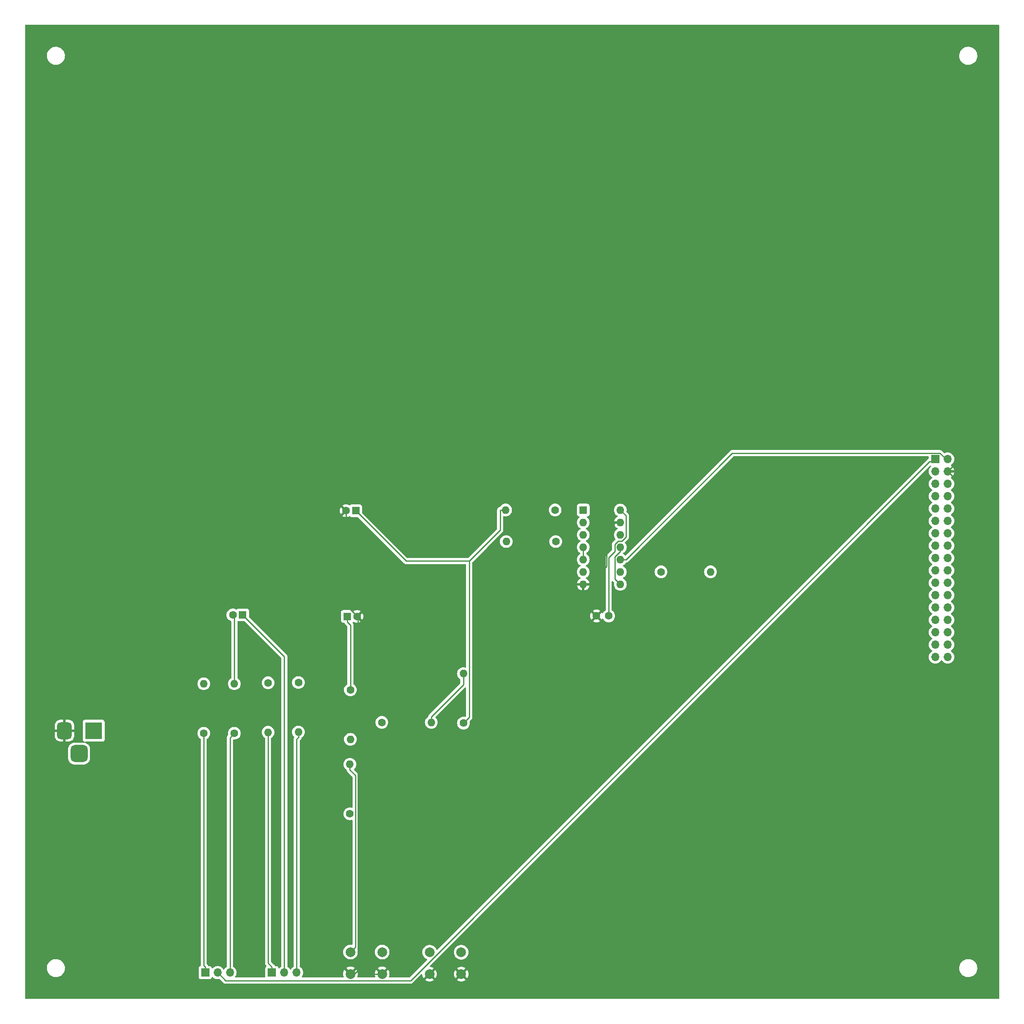
<source format=gbr>
%TF.GenerationSoftware,KiCad,Pcbnew,7.0.7*%
%TF.CreationDate,2023-10-25T17:14:33+09:00*%
%TF.ProjectId,clock_clear,636c6f63-6b5f-4636-9c65-61722e6b6963,rev?*%
%TF.SameCoordinates,Original*%
%TF.FileFunction,Copper,L2,Bot*%
%TF.FilePolarity,Positive*%
%FSLAX46Y46*%
G04 Gerber Fmt 4.6, Leading zero omitted, Abs format (unit mm)*
G04 Created by KiCad (PCBNEW 7.0.7) date 2023-10-25 17:14:33*
%MOMM*%
%LPD*%
G01*
G04 APERTURE LIST*
G04 Aperture macros list*
%AMRoundRect*
0 Rectangle with rounded corners*
0 $1 Rounding radius*
0 $2 $3 $4 $5 $6 $7 $8 $9 X,Y pos of 4 corners*
0 Add a 4 corners polygon primitive as box body*
4,1,4,$2,$3,$4,$5,$6,$7,$8,$9,$2,$3,0*
0 Add four circle primitives for the rounded corners*
1,1,$1+$1,$2,$3*
1,1,$1+$1,$4,$5*
1,1,$1+$1,$6,$7*
1,1,$1+$1,$8,$9*
0 Add four rect primitives between the rounded corners*
20,1,$1+$1,$2,$3,$4,$5,0*
20,1,$1+$1,$4,$5,$6,$7,0*
20,1,$1+$1,$6,$7,$8,$9,0*
20,1,$1+$1,$8,$9,$2,$3,0*%
G04 Aperture macros list end*
%TA.AperFunction,ComponentPad*%
%ADD10R,1.600000X1.600000*%
%TD*%
%TA.AperFunction,ComponentPad*%
%ADD11C,1.600000*%
%TD*%
%TA.AperFunction,ComponentPad*%
%ADD12O,1.600000X1.600000*%
%TD*%
%TA.AperFunction,ComponentPad*%
%ADD13C,2.000000*%
%TD*%
%TA.AperFunction,ComponentPad*%
%ADD14R,1.700000X1.700000*%
%TD*%
%TA.AperFunction,ComponentPad*%
%ADD15O,1.700000X1.700000*%
%TD*%
%TA.AperFunction,ComponentPad*%
%ADD16R,3.500000X3.500000*%
%TD*%
%TA.AperFunction,ComponentPad*%
%ADD17RoundRect,0.750000X-0.750000X-1.000000X0.750000X-1.000000X0.750000X1.000000X-0.750000X1.000000X0*%
%TD*%
%TA.AperFunction,ComponentPad*%
%ADD18RoundRect,0.875000X-0.875000X-0.875000X0.875000X-0.875000X0.875000X0.875000X-0.875000X0.875000X0*%
%TD*%
%TA.AperFunction,Conductor*%
%ADD19C,0.250000*%
%TD*%
G04 APERTURE END LIST*
D10*
%TO.P,C1,1*%
%TO.N,Net-(C1-Pad1)*%
X168874500Y-125145800D03*
D11*
%TO.P,C1,2*%
%TO.N,GND*%
X166874500Y-125145800D03*
%TD*%
%TO.P,R6,1*%
%TO.N,Net-(R6-Pad1)*%
X209799400Y-124998400D03*
D12*
%TO.P,R6,2*%
%TO.N,Net-(C1-Pad1)*%
X199639400Y-124998400D03*
%TD*%
D11*
%TO.P,R11,1*%
%TO.N,Net-(SW6-A)*%
X137668000Y-170840400D03*
D12*
%TO.P,R11,2*%
%TO.N,Net-(R11-Pad2)*%
X137668000Y-160680400D03*
%TD*%
D11*
%TO.P,R7,1*%
%TO.N,Net-(R7-Pad1)*%
X231541800Y-137698400D03*
D12*
%TO.P,R7,2*%
%TO.N,Net-(C2-Pad1)*%
X241701800Y-137698400D03*
%TD*%
D10*
%TO.P,C3,1*%
%TO.N,Net-(SW5-B)*%
X145643600Y-146532600D03*
D11*
%TO.P,C3,2*%
%TO.N,Net-(C3-Pad2)*%
X143643600Y-146532600D03*
%TD*%
%TO.P,R10,1*%
%TO.N,Net-(SW6-C)*%
X143941800Y-170840400D03*
D12*
%TO.P,R10,2*%
%TO.N,Net-(C3-Pad2)*%
X143941800Y-160680400D03*
%TD*%
D11*
%TO.P,R4,1*%
%TO.N,Net-(C2-Pad1)*%
X167767000Y-161925000D03*
D12*
%TO.P,R4,2*%
%TO.N,Net-(R2-Pad2)*%
X167767000Y-172085000D03*
%TD*%
D10*
%TO.P,C2,1*%
%TO.N,Net-(C2-Pad1)*%
X167138600Y-146862800D03*
D11*
%TO.P,C2,2*%
%TO.N,GND*%
X169138600Y-146862800D03*
%TD*%
%TO.P,R3,1*%
%TO.N,Net-(C1-Pad1)*%
X190982600Y-168757600D03*
D12*
%TO.P,R3,2*%
%TO.N,Net-(R1-Pad2)*%
X190982600Y-158597600D03*
%TD*%
D11*
%TO.P,R8,1*%
%TO.N,Net-(R8-Pad1)*%
X150876000Y-160477200D03*
D12*
%TO.P,R8,2*%
%TO.N,Net-(SW5-A)*%
X150876000Y-170637200D03*
%TD*%
D13*
%TO.P,SW2,1,1*%
%TO.N,GND*%
X174293600Y-220258200D03*
X167793600Y-220258200D03*
%TO.P,SW2,2,2*%
%TO.N,Net-(R2-Pad2)*%
X174293600Y-215758200D03*
X167793600Y-215758200D03*
%TD*%
D10*
%TO.P,U1,1*%
%TO.N,Net-(R6-Pad1)*%
X215569800Y-125018800D03*
D12*
%TO.P,U1,2*%
%TO.N,Net-(R11-Pad2)*%
X215569800Y-127558800D03*
%TO.P,U1,3*%
%TO.N,Net-(R5-Pad1)*%
X215569800Y-130098800D03*
%TO.P,U1,4*%
%TO.N,Net-(R8-Pad1)*%
X215569800Y-132638800D03*
%TO.P,U1,5*%
X215569800Y-135178800D03*
%TO.P,U1,6*%
%TO.N,Net-(C3-Pad2)*%
X215569800Y-137718800D03*
%TO.P,U1,7,GND*%
%TO.N,GND*%
X215569800Y-140258800D03*
%TO.P,U1,8*%
%TO.N,Net-(U1-Pad11)*%
X223189800Y-140258800D03*
%TO.P,U1,9*%
%TO.N,Net-(R7-Pad1)*%
X223189800Y-137718800D03*
%TO.P,U1,10*%
%TO.N,CLR*%
X223189800Y-135178800D03*
%TO.P,U1,11*%
%TO.N,Net-(U1-Pad11)*%
X223189800Y-132638800D03*
%TO.P,U1,12*%
%TO.N,unconnected-(U1-Pad12)*%
X223189800Y-130098800D03*
%TO.P,U1,13*%
%TO.N,GND*%
X223189800Y-127558800D03*
%TO.P,U1,14,Vcc*%
%TO.N,+5V*%
X223189800Y-125018800D03*
%TD*%
D14*
%TO.P,SW6,1,A*%
%TO.N,Net-(SW6-A)*%
X137962400Y-219989400D03*
D15*
%TO.P,SW6,2,B*%
%TO.N,CLK*%
X140502400Y-219989400D03*
%TO.P,SW6,3,C*%
%TO.N,Net-(SW6-C)*%
X143042400Y-219989400D03*
%TD*%
D11*
%TO.P,R2,1*%
%TO.N,+5V*%
X167665400Y-187375800D03*
D12*
%TO.P,R2,2*%
%TO.N,Net-(R2-Pad2)*%
X167665400Y-177215800D03*
%TD*%
D11*
%TO.P,R9,1*%
%TO.N,Net-(R8-Pad1)*%
X157099000Y-160426400D03*
D12*
%TO.P,R9,2*%
%TO.N,Net-(SW5-C)*%
X157099000Y-170586400D03*
%TD*%
D11*
%TO.P,R1,1*%
%TO.N,+5V*%
X174218600Y-168605200D03*
D12*
%TO.P,R1,2*%
%TO.N,Net-(R1-Pad2)*%
X184378600Y-168605200D03*
%TD*%
D16*
%TO.P,J2,1*%
%TO.N,+5V*%
X115067600Y-170307000D03*
D17*
%TO.P,J2,2*%
%TO.N,GND*%
X109067600Y-170307000D03*
D18*
%TO.P,J2,3*%
%TO.N,N/C*%
X112067600Y-175007000D03*
%TD*%
D11*
%TO.P,R5,1*%
%TO.N,Net-(R5-Pad1)*%
X209926400Y-131475400D03*
D12*
%TO.P,R5,2*%
%TO.N,Net-(SW5-B)*%
X199766400Y-131475400D03*
%TD*%
D11*
%TO.P,C4,1*%
%TO.N,GND*%
X218297600Y-146740800D03*
%TO.P,C4,2*%
%TO.N,+5V*%
X220797600Y-146740800D03*
%TD*%
D14*
%TO.P,SW5,1,A*%
%TO.N,Net-(SW5-A)*%
X151663400Y-219989400D03*
D15*
%TO.P,SW5,2,B*%
%TO.N,Net-(SW5-B)*%
X154203400Y-219989400D03*
%TO.P,SW5,3,C*%
%TO.N,Net-(SW5-C)*%
X156743400Y-219989400D03*
%TD*%
D13*
%TO.P,SW1,1,1*%
%TO.N,GND*%
X190524200Y-220283600D03*
X184024200Y-220283600D03*
%TO.P,SW1,2,2*%
%TO.N,Net-(R1-Pad2)*%
X190524200Y-215783600D03*
X184024200Y-215783600D03*
%TD*%
D14*
%TO.P,J1,1,Pin_1*%
%TO.N,CLK*%
X287858200Y-114554000D03*
D15*
%TO.P,J1,2,Pin_2*%
%TO.N,CLR*%
X290398200Y-114554000D03*
%TO.P,J1,3,Pin_3*%
%TO.N,+5V*%
X287858200Y-117094000D03*
%TO.P,J1,4,Pin_4*%
%TO.N,GND*%
X290398200Y-117094000D03*
%TO.P,J1,5,Pin_5*%
%TO.N,unconnected-(J1-Pin_5-Pad5)*%
X287858200Y-119634000D03*
%TO.P,J1,6,Pin_6*%
%TO.N,unconnected-(J1-Pin_6-Pad6)*%
X290398200Y-119634000D03*
%TO.P,J1,7,Pin_7*%
%TO.N,unconnected-(J1-Pin_7-Pad7)*%
X287858200Y-122174000D03*
%TO.P,J1,8,Pin_8*%
%TO.N,unconnected-(J1-Pin_8-Pad8)*%
X290398200Y-122174000D03*
%TO.P,J1,9,Pin_9*%
%TO.N,unconnected-(J1-Pin_9-Pad9)*%
X287858200Y-124714000D03*
%TO.P,J1,10,Pin_10*%
%TO.N,unconnected-(J1-Pin_10-Pad10)*%
X290398200Y-124714000D03*
%TO.P,J1,11,Pin_11*%
%TO.N,unconnected-(J1-Pin_11-Pad11)*%
X287858200Y-127254000D03*
%TO.P,J1,12,Pin_12*%
%TO.N,unconnected-(J1-Pin_12-Pad12)*%
X290398200Y-127254000D03*
%TO.P,J1,13,Pin_13*%
%TO.N,unconnected-(J1-Pin_13-Pad13)*%
X287858200Y-129794000D03*
%TO.P,J1,14,Pin_14*%
%TO.N,unconnected-(J1-Pin_14-Pad14)*%
X290398200Y-129794000D03*
%TO.P,J1,15,Pin_15*%
%TO.N,unconnected-(J1-Pin_15-Pad15)*%
X287858200Y-132334000D03*
%TO.P,J1,16,Pin_16*%
%TO.N,unconnected-(J1-Pin_16-Pad16)*%
X290398200Y-132334000D03*
%TO.P,J1,17,Pin_17*%
%TO.N,unconnected-(J1-Pin_17-Pad17)*%
X287858200Y-134874000D03*
%TO.P,J1,18,Pin_18*%
%TO.N,unconnected-(J1-Pin_18-Pad18)*%
X290398200Y-134874000D03*
%TO.P,J1,19,Pin_19*%
%TO.N,unconnected-(J1-Pin_19-Pad19)*%
X287858200Y-137414000D03*
%TO.P,J1,20,Pin_20*%
%TO.N,unconnected-(J1-Pin_20-Pad20)*%
X290398200Y-137414000D03*
%TO.P,J1,21,Pin_21*%
%TO.N,unconnected-(J1-Pin_21-Pad21)*%
X287858200Y-139954000D03*
%TO.P,J1,22,Pin_22*%
%TO.N,unconnected-(J1-Pin_22-Pad22)*%
X290398200Y-139954000D03*
%TO.P,J1,23,Pin_23*%
%TO.N,unconnected-(J1-Pin_23-Pad23)*%
X287858200Y-142494000D03*
%TO.P,J1,24,Pin_24*%
%TO.N,unconnected-(J1-Pin_24-Pad24)*%
X290398200Y-142494000D03*
%TO.P,J1,25,Pin_25*%
%TO.N,unconnected-(J1-Pin_25-Pad25)*%
X287858200Y-145034000D03*
%TO.P,J1,26,Pin_26*%
%TO.N,unconnected-(J1-Pin_26-Pad26)*%
X290398200Y-145034000D03*
%TO.P,J1,27,Pin_27*%
%TO.N,unconnected-(J1-Pin_27-Pad27)*%
X287858200Y-147574000D03*
%TO.P,J1,28,Pin_28*%
%TO.N,unconnected-(J1-Pin_28-Pad28)*%
X290398200Y-147574000D03*
%TO.P,J1,29,Pin_29*%
%TO.N,unconnected-(J1-Pin_29-Pad29)*%
X287858200Y-150114000D03*
%TO.P,J1,30,Pin_30*%
%TO.N,unconnected-(J1-Pin_30-Pad30)*%
X290398200Y-150114000D03*
%TO.P,J1,31,Pin_31*%
%TO.N,unconnected-(J1-Pin_31-Pad31)*%
X287858200Y-152654000D03*
%TO.P,J1,32,Pin_32*%
%TO.N,unconnected-(J1-Pin_32-Pad32)*%
X290398200Y-152654000D03*
%TO.P,J1,33,Pin_33*%
%TO.N,unconnected-(J1-Pin_33-Pad33)*%
X287858200Y-155194000D03*
%TO.P,J1,34,Pin_34*%
%TO.N,unconnected-(J1-Pin_34-Pad34)*%
X290398200Y-155194000D03*
%TD*%
D19*
%TO.N,CLR*%
X224316700Y-135178800D02*
X223189800Y-135178800D01*
X288812800Y-113336400D02*
X246159100Y-113336400D01*
X246159100Y-113336400D02*
X224316700Y-135178800D01*
X290030400Y-114554000D02*
X288812800Y-113336400D01*
X290398200Y-114554000D02*
X290030400Y-114554000D01*
%TO.N,CLK*%
X180141500Y-221608700D02*
X142121700Y-221608700D01*
X286681300Y-115068900D02*
X180141500Y-221608700D01*
X287343300Y-115068900D02*
X286681300Y-115068900D01*
X287858200Y-114554000D02*
X287343300Y-115068900D01*
X142121700Y-221608700D02*
X140502400Y-219989400D01*
%TO.N,GND*%
X292049200Y-118745000D02*
X292735000Y-118745000D01*
X290398200Y-117094000D02*
X292049200Y-118745000D01*
X291922200Y-115570000D02*
X292735000Y-115570000D01*
X290398200Y-117094000D02*
X291922200Y-115570000D01*
%TO.N,Net-(C1-Pad1)*%
X199639400Y-124998400D02*
X198512500Y-124998400D01*
X198512500Y-129127100D02*
X192159100Y-135480500D01*
X190982600Y-168757600D02*
X192159100Y-167581100D01*
X192159100Y-167581100D02*
X192159100Y-135480500D01*
X179209200Y-135480500D02*
X168874500Y-125145800D01*
X198512500Y-124998400D02*
X198512500Y-129127100D01*
X192159100Y-135480500D02*
X179209200Y-135480500D01*
%TO.N,GND*%
X166874500Y-144532600D02*
X166874500Y-125145800D01*
X223189800Y-127558800D02*
X222123000Y-127558800D01*
X169138600Y-146862800D02*
X169138600Y-146796700D01*
X169138600Y-146796700D02*
X166874500Y-144532600D01*
X220345000Y-129336800D02*
X220345000Y-136525000D01*
X220345000Y-136525000D02*
X216611200Y-140258800D01*
X169312000Y-219499000D02*
X170071200Y-220258200D01*
X169312000Y-147036200D02*
X169138600Y-146862800D01*
X170071200Y-220258200D02*
X174293600Y-220258200D01*
X168552800Y-220258200D02*
X169312000Y-219499000D01*
X222123000Y-127558800D02*
X220345000Y-129336800D01*
X169312000Y-219499000D02*
X169312000Y-147036200D01*
X167793600Y-220258200D02*
X168552800Y-220258200D01*
X215569800Y-140258800D02*
X215569800Y-144013000D01*
X216611200Y-140258800D02*
X215569800Y-140258800D01*
X215569800Y-144013000D02*
X218297600Y-146740800D01*
%TO.N,Net-(C2-Pad1)*%
X167767000Y-148618100D02*
X167138600Y-147989700D01*
X167767000Y-161925000D02*
X167767000Y-148618100D01*
X167138600Y-146862800D02*
X167138600Y-147989700D01*
%TO.N,Net-(SW5-B)*%
X154203400Y-155092400D02*
X145643600Y-146532600D01*
X154203400Y-219989400D02*
X154203400Y-155092400D01*
%TO.N,Net-(C3-Pad2)*%
X143941800Y-160680400D02*
X143941800Y-146830800D01*
X143941800Y-146830800D02*
X143643600Y-146532600D01*
%TO.N,+5V*%
X224329100Y-130554400D02*
X223514700Y-131368800D01*
X223189800Y-125018800D02*
X224329100Y-126158100D01*
X222788700Y-131368800D02*
X222062900Y-132094600D01*
X222062900Y-133516200D02*
X220797600Y-134781500D01*
X220797600Y-134781500D02*
X220797600Y-146740800D01*
X223514700Y-131368800D02*
X222788700Y-131368800D01*
X222062900Y-132094600D02*
X222062900Y-133516200D01*
X224329100Y-126158100D02*
X224329100Y-130554400D01*
%TO.N,Net-(R1-Pad2)*%
X184378600Y-168605200D02*
X184378600Y-167478300D01*
X190982600Y-160874300D02*
X190982600Y-158597600D01*
X184378600Y-167478300D02*
X190982600Y-160874300D01*
%TO.N,Net-(R2-Pad2)*%
X168825500Y-214726300D02*
X168825500Y-179502800D01*
X167665400Y-177215800D02*
X167665400Y-178342700D01*
X168825500Y-179502800D02*
X167665400Y-178342700D01*
X167793600Y-215758200D02*
X168825500Y-214726300D01*
%TO.N,Net-(R8-Pad1)*%
X215569800Y-135178800D02*
X215569800Y-132638800D01*
%TO.N,Net-(SW5-A)*%
X151663400Y-219989400D02*
X151663400Y-218812500D01*
X150876000Y-218025100D02*
X150876000Y-170637200D01*
X151663400Y-218812500D02*
X150876000Y-218025100D01*
%TO.N,Net-(SW5-C)*%
X156743400Y-172068900D02*
X157099000Y-171713300D01*
X156743400Y-219989400D02*
X156743400Y-172068900D01*
X157099000Y-170586400D02*
X157099000Y-171713300D01*
%TO.N,Net-(SW6-C)*%
X143042400Y-171739800D02*
X143941800Y-170840400D01*
X143042400Y-219989400D02*
X143042400Y-171739800D01*
%TO.N,Net-(SW6-A)*%
X137962400Y-219989400D02*
X137962400Y-218812500D01*
X137668000Y-218518100D02*
X137668000Y-170840400D01*
X137962400Y-218812500D02*
X137668000Y-218518100D01*
%TO.N,Net-(U1-Pad11)*%
X223189800Y-132638800D02*
X223189800Y-133484000D01*
X222058400Y-139152800D02*
X223164400Y-140258800D01*
X222058400Y-134615400D02*
X222058400Y-139152800D01*
X223189800Y-133484000D02*
X222058400Y-134615400D01*
X223164400Y-140258800D02*
X223189800Y-140258800D01*
%TD*%
%TA.AperFunction,Conductor*%
%TO.N,GND*%
G36*
X300907539Y-25420185D02*
G01*
X300953294Y-25472989D01*
X300964500Y-25524500D01*
X300964500Y-225275500D01*
X300944815Y-225342539D01*
X300892011Y-225388294D01*
X300840500Y-225399500D01*
X101089500Y-225399500D01*
X101022461Y-225379815D01*
X100976706Y-225327011D01*
X100965500Y-225275500D01*
X100965500Y-219117363D01*
X105460787Y-219117363D01*
X105490413Y-219386613D01*
X105490415Y-219386624D01*
X105551801Y-219621427D01*
X105558928Y-219648688D01*
X105664870Y-219897990D01*
X105771241Y-220072285D01*
X105805979Y-220129205D01*
X105805986Y-220129215D01*
X105979253Y-220337419D01*
X105979259Y-220337424D01*
X106084240Y-220431487D01*
X106180998Y-220518182D01*
X106406910Y-220667644D01*
X106652176Y-220782620D01*
X106652183Y-220782622D01*
X106652185Y-220782623D01*
X106911557Y-220860657D01*
X106911564Y-220860658D01*
X106911569Y-220860660D01*
X107179561Y-220900100D01*
X107179566Y-220900100D01*
X107382636Y-220900100D01*
X107434133Y-220896330D01*
X107585156Y-220885277D01*
X107702219Y-220859200D01*
X107849546Y-220826382D01*
X107849548Y-220826381D01*
X107849553Y-220826380D01*
X108102558Y-220729614D01*
X108338777Y-220597041D01*
X108553177Y-220431488D01*
X108741186Y-220236481D01*
X108898799Y-220016179D01*
X108995781Y-219827548D01*
X109022649Y-219775290D01*
X109022651Y-219775284D01*
X109022656Y-219775275D01*
X109110118Y-219518905D01*
X109159319Y-219252533D01*
X109169212Y-218981835D01*
X109139586Y-218712582D01*
X109071072Y-218450512D01*
X108965130Y-218201210D01*
X108824018Y-217969990D01*
X108734747Y-217862719D01*
X108650746Y-217761780D01*
X108650740Y-217761775D01*
X108449002Y-217581018D01*
X108223092Y-217431557D01*
X108223090Y-217431556D01*
X107977824Y-217316580D01*
X107977819Y-217316578D01*
X107977814Y-217316576D01*
X107718442Y-217238542D01*
X107718428Y-217238539D01*
X107602791Y-217221521D01*
X107450439Y-217199100D01*
X107247369Y-217199100D01*
X107247364Y-217199100D01*
X107044844Y-217213923D01*
X107044831Y-217213925D01*
X106780453Y-217272817D01*
X106780446Y-217272820D01*
X106527439Y-217369587D01*
X106291226Y-217502157D01*
X106076822Y-217667712D01*
X105888822Y-217862709D01*
X105888816Y-217862716D01*
X105731202Y-218083019D01*
X105731199Y-218083024D01*
X105607350Y-218323909D01*
X105607343Y-218323927D01*
X105519884Y-218580285D01*
X105519881Y-218580299D01*
X105498583Y-218695606D01*
X105474773Y-218824516D01*
X105470681Y-218846668D01*
X105470680Y-218846675D01*
X105460787Y-219117363D01*
X100965500Y-219117363D01*
X100965500Y-175975626D01*
X109817100Y-175975626D01*
X109819895Y-176028243D01*
X109819895Y-176028244D01*
X109830917Y-176085232D01*
X109864355Y-176258126D01*
X109909087Y-176376658D01*
X109947025Y-176477189D01*
X110065529Y-176679131D01*
X110065534Y-176679138D01*
X110216456Y-176858141D01*
X110216458Y-176858143D01*
X110395461Y-177009065D01*
X110395468Y-177009070D01*
X110597410Y-177127574D01*
X110816474Y-177210245D01*
X111046359Y-177254705D01*
X111087794Y-177256905D01*
X111098974Y-177257500D01*
X111098978Y-177257500D01*
X113036226Y-177257500D01*
X113046331Y-177256962D01*
X113088841Y-177254705D01*
X113318726Y-177210245D01*
X113537790Y-177127574D01*
X113739732Y-177009070D01*
X113918742Y-176858142D01*
X114069670Y-176679132D01*
X114188174Y-176477190D01*
X114270845Y-176258126D01*
X114315305Y-176028241D01*
X114318100Y-175975622D01*
X114318100Y-174038378D01*
X114315305Y-173985759D01*
X114270845Y-173755874D01*
X114188174Y-173536810D01*
X114069670Y-173334868D01*
X114069665Y-173334861D01*
X113918743Y-173155858D01*
X113918741Y-173155856D01*
X113739738Y-173004934D01*
X113739731Y-173004929D01*
X113537789Y-172886425D01*
X113440113Y-172849564D01*
X113318726Y-172803755D01*
X113318721Y-172803754D01*
X113318716Y-172803752D01*
X113316070Y-172803240D01*
X113315051Y-172802713D01*
X113313650Y-172802317D01*
X113313730Y-172802031D01*
X113253992Y-172771177D01*
X113219103Y-172710641D01*
X113222481Y-172640853D01*
X113263052Y-172583970D01*
X113327937Y-172558052D01*
X113339609Y-172557499D01*
X116865472Y-172557499D01*
X116925083Y-172551091D01*
X117059931Y-172500796D01*
X117175146Y-172414546D01*
X117261396Y-172299331D01*
X117311691Y-172164483D01*
X117318100Y-172104873D01*
X117318100Y-170840401D01*
X136362532Y-170840401D01*
X136382364Y-171067086D01*
X136382366Y-171067097D01*
X136441258Y-171286888D01*
X136441261Y-171286897D01*
X136537431Y-171493132D01*
X136537432Y-171493134D01*
X136667954Y-171679541D01*
X136828858Y-171840445D01*
X136989623Y-171953013D01*
X137033248Y-172007589D01*
X137042500Y-172054588D01*
X137042500Y-218435355D01*
X137040775Y-218450972D01*
X137041061Y-218450999D01*
X137040326Y-218458765D01*
X137042500Y-218527914D01*
X137042500Y-218545195D01*
X137022815Y-218612234D01*
X136970011Y-218657989D01*
X136961834Y-218661377D01*
X136870069Y-218695603D01*
X136870064Y-218695606D01*
X136754855Y-218781852D01*
X136754852Y-218781855D01*
X136668606Y-218897064D01*
X136668602Y-218897071D01*
X136618308Y-219031917D01*
X136611901Y-219091516D01*
X136611900Y-219091535D01*
X136611900Y-220887270D01*
X136611901Y-220887276D01*
X136618308Y-220946883D01*
X136668602Y-221081728D01*
X136668606Y-221081735D01*
X136754852Y-221196944D01*
X136754855Y-221196947D01*
X136870064Y-221283193D01*
X136870071Y-221283197D01*
X137004917Y-221333491D01*
X137004916Y-221333491D01*
X137011844Y-221334235D01*
X137064527Y-221339900D01*
X138860272Y-221339899D01*
X138919883Y-221333491D01*
X139054731Y-221283196D01*
X139169946Y-221196946D01*
X139256196Y-221081731D01*
X139305210Y-220950316D01*
X139347081Y-220894384D01*
X139412545Y-220869966D01*
X139480818Y-220884817D01*
X139509073Y-220905969D01*
X139630999Y-221027895D01*
X139727784Y-221095664D01*
X139824565Y-221163432D01*
X139824567Y-221163433D01*
X139824570Y-221163435D01*
X140038737Y-221263303D01*
X140266992Y-221324463D01*
X140443434Y-221339900D01*
X140502399Y-221345059D01*
X140502400Y-221345059D01*
X140502401Y-221345059D01*
X140561366Y-221339900D01*
X140737808Y-221324463D01*
X140838273Y-221297543D01*
X140908122Y-221299206D01*
X140958047Y-221329637D01*
X141620897Y-221992488D01*
X141630722Y-222004751D01*
X141630943Y-222004569D01*
X141635914Y-222010578D01*
X141656743Y-222030137D01*
X141686335Y-222057926D01*
X141707229Y-222078820D01*
X141712711Y-222083073D01*
X141717143Y-222086857D01*
X141751118Y-222118762D01*
X141768676Y-222128414D01*
X141784933Y-222139093D01*
X141800764Y-222151373D01*
X141820437Y-222159886D01*
X141843533Y-222169882D01*
X141848777Y-222172450D01*
X141889608Y-222194897D01*
X141902223Y-222198135D01*
X141909005Y-222199877D01*
X141927419Y-222206181D01*
X141945804Y-222214138D01*
X141991857Y-222221432D01*
X141997526Y-222222606D01*
X142042681Y-222234200D01*
X142062716Y-222234200D01*
X142082113Y-222235726D01*
X142101896Y-222238860D01*
X142148283Y-222234475D01*
X142154122Y-222234200D01*
X180058757Y-222234200D01*
X180074377Y-222235924D01*
X180074404Y-222235639D01*
X180082160Y-222236371D01*
X180082167Y-222236373D01*
X180151314Y-222234200D01*
X180180850Y-222234200D01*
X180187728Y-222233330D01*
X180193541Y-222232872D01*
X180240127Y-222231409D01*
X180259369Y-222225817D01*
X180278412Y-222221874D01*
X180298292Y-222219364D01*
X180341622Y-222202207D01*
X180347146Y-222200317D01*
X180350896Y-222199227D01*
X180391890Y-222187318D01*
X180409129Y-222177122D01*
X180426603Y-222168562D01*
X180445227Y-222161188D01*
X180445227Y-222161187D01*
X180445232Y-222161186D01*
X180482949Y-222133782D01*
X180487805Y-222130592D01*
X180527920Y-222106870D01*
X180542089Y-222092699D01*
X180556879Y-222080068D01*
X180573087Y-222068294D01*
X180602790Y-222032387D01*
X180606712Y-222028076D01*
X182317051Y-220317737D01*
X182378370Y-220284255D01*
X182448062Y-220289239D01*
X182503995Y-220331111D01*
X182528304Y-220395181D01*
X182539585Y-220531329D01*
X182539587Y-220531338D01*
X182600612Y-220772317D01*
X182700466Y-220999964D01*
X182800764Y-221153482D01*
X183375682Y-220578564D01*
X183437005Y-220545079D01*
X183506696Y-220550063D01*
X183562630Y-220591934D01*
X183565714Y-220596849D01*
X183565749Y-220596825D01*
X183570641Y-220603756D01*
X183630307Y-220667642D01*
X183673838Y-220714252D01*
X183708898Y-220735573D01*
X183755949Y-220787223D01*
X183767607Y-220856113D01*
X183740170Y-220920370D01*
X183732150Y-220929201D01*
X183154142Y-221507209D01*
X183200968Y-221543655D01*
X183200970Y-221543656D01*
X183419585Y-221661964D01*
X183419596Y-221661969D01*
X183654706Y-221742683D01*
X183899907Y-221783600D01*
X184148493Y-221783600D01*
X184393693Y-221742683D01*
X184628803Y-221661969D01*
X184628814Y-221661964D01*
X184847428Y-221543657D01*
X184847431Y-221543655D01*
X184894256Y-221507209D01*
X184317365Y-220930318D01*
X184283880Y-220868995D01*
X184288864Y-220799303D01*
X184326788Y-220746453D01*
X184429939Y-220662534D01*
X184480252Y-220591255D01*
X184534993Y-220547839D01*
X184604518Y-220540910D01*
X184666753Y-220572668D01*
X184669237Y-220575084D01*
X185247634Y-221153482D01*
X185347931Y-220999969D01*
X185447787Y-220772317D01*
X185508812Y-220531338D01*
X185508814Y-220531329D01*
X185529341Y-220283605D01*
X189019059Y-220283605D01*
X189039585Y-220531329D01*
X189039587Y-220531338D01*
X189100612Y-220772317D01*
X189200466Y-220999964D01*
X189300764Y-221153482D01*
X189875682Y-220578564D01*
X189937005Y-220545079D01*
X190006696Y-220550063D01*
X190062630Y-220591934D01*
X190065714Y-220596849D01*
X190065749Y-220596825D01*
X190070641Y-220603756D01*
X190130307Y-220667642D01*
X190173838Y-220714252D01*
X190208898Y-220735573D01*
X190255949Y-220787223D01*
X190267607Y-220856113D01*
X190240170Y-220920370D01*
X190232150Y-220929201D01*
X189654142Y-221507209D01*
X189700968Y-221543655D01*
X189700970Y-221543656D01*
X189919585Y-221661964D01*
X189919596Y-221661969D01*
X190154706Y-221742683D01*
X190399907Y-221783600D01*
X190648493Y-221783600D01*
X190893693Y-221742683D01*
X191128803Y-221661969D01*
X191128814Y-221661964D01*
X191347428Y-221543657D01*
X191347431Y-221543655D01*
X191394256Y-221507209D01*
X190817365Y-220930318D01*
X190783880Y-220868995D01*
X190788864Y-220799303D01*
X190826788Y-220746453D01*
X190929939Y-220662534D01*
X190980252Y-220591255D01*
X191034993Y-220547839D01*
X191104518Y-220540910D01*
X191166753Y-220572668D01*
X191169237Y-220575084D01*
X191747634Y-221153482D01*
X191847931Y-220999969D01*
X191947787Y-220772317D01*
X192008812Y-220531338D01*
X192008814Y-220531329D01*
X192029341Y-220283605D01*
X192029341Y-220283594D01*
X192008814Y-220035870D01*
X192008812Y-220035861D01*
X191947787Y-219794882D01*
X191847931Y-219567230D01*
X191747634Y-219413716D01*
X191172717Y-219988634D01*
X191111394Y-220022119D01*
X191041702Y-220017135D01*
X190985769Y-219975263D01*
X190982686Y-219970350D01*
X190982651Y-219970375D01*
X190977758Y-219963443D01*
X190916627Y-219897989D01*
X190874562Y-219852948D01*
X190839500Y-219831626D01*
X190792448Y-219779974D01*
X190780791Y-219711084D01*
X190808229Y-219646827D01*
X190816248Y-219637997D01*
X191336882Y-219117363D01*
X292760387Y-219117363D01*
X292790013Y-219386613D01*
X292790015Y-219386624D01*
X292851401Y-219621427D01*
X292858528Y-219648688D01*
X292964470Y-219897990D01*
X293070841Y-220072285D01*
X293105579Y-220129205D01*
X293105586Y-220129215D01*
X293278853Y-220337419D01*
X293278859Y-220337424D01*
X293383840Y-220431487D01*
X293480598Y-220518182D01*
X293706510Y-220667644D01*
X293951776Y-220782620D01*
X293951783Y-220782622D01*
X293951785Y-220782623D01*
X294211157Y-220860657D01*
X294211164Y-220860658D01*
X294211169Y-220860660D01*
X294479161Y-220900100D01*
X294479166Y-220900100D01*
X294682236Y-220900100D01*
X294733733Y-220896330D01*
X294884756Y-220885277D01*
X295001819Y-220859200D01*
X295149146Y-220826382D01*
X295149148Y-220826381D01*
X295149153Y-220826380D01*
X295402158Y-220729614D01*
X295638377Y-220597041D01*
X295852777Y-220431488D01*
X296040786Y-220236481D01*
X296198399Y-220016179D01*
X296295381Y-219827548D01*
X296322249Y-219775290D01*
X296322251Y-219775284D01*
X296322256Y-219775275D01*
X296409718Y-219518905D01*
X296458919Y-219252533D01*
X296468812Y-218981835D01*
X296439186Y-218712582D01*
X296370672Y-218450512D01*
X296264730Y-218201210D01*
X296123618Y-217969990D01*
X296034347Y-217862719D01*
X295950346Y-217761780D01*
X295950340Y-217761775D01*
X295748602Y-217581018D01*
X295522692Y-217431557D01*
X295522690Y-217431556D01*
X295277424Y-217316580D01*
X295277419Y-217316578D01*
X295277414Y-217316576D01*
X295018042Y-217238542D01*
X295018028Y-217238539D01*
X294902391Y-217221521D01*
X294750039Y-217199100D01*
X294546969Y-217199100D01*
X294546964Y-217199100D01*
X294344444Y-217213923D01*
X294344431Y-217213925D01*
X294080053Y-217272817D01*
X294080046Y-217272820D01*
X293827039Y-217369587D01*
X293590826Y-217502157D01*
X293376422Y-217667712D01*
X293188422Y-217862709D01*
X293188416Y-217862716D01*
X293030802Y-218083019D01*
X293030799Y-218083024D01*
X292906950Y-218323909D01*
X292906943Y-218323927D01*
X292819484Y-218580285D01*
X292819481Y-218580299D01*
X292798183Y-218695606D01*
X292774373Y-218824516D01*
X292770281Y-218846668D01*
X292770280Y-218846675D01*
X292760387Y-219117363D01*
X191336882Y-219117363D01*
X191394256Y-219059989D01*
X191347429Y-219023543D01*
X191128814Y-218905235D01*
X191128803Y-218905230D01*
X190893693Y-218824516D01*
X190648493Y-218783600D01*
X190399907Y-218783600D01*
X190154706Y-218824516D01*
X189919596Y-218905230D01*
X189919590Y-218905232D01*
X189700961Y-219023549D01*
X189654142Y-219059988D01*
X189654142Y-219059990D01*
X190231033Y-219636880D01*
X190264518Y-219698203D01*
X190259534Y-219767894D01*
X190221608Y-219820748D01*
X190118462Y-219904664D01*
X190118458Y-219904669D01*
X190068147Y-219975943D01*
X190013404Y-220019360D01*
X189943879Y-220026289D01*
X189881644Y-219994530D01*
X189879162Y-219992115D01*
X189300764Y-219413716D01*
X189200467Y-219567232D01*
X189100612Y-219794882D01*
X189039587Y-220035861D01*
X189039585Y-220035870D01*
X189019059Y-220283594D01*
X189019059Y-220283605D01*
X185529341Y-220283605D01*
X185529341Y-220283594D01*
X185508814Y-220035870D01*
X185508812Y-220035861D01*
X185447787Y-219794882D01*
X185347931Y-219567230D01*
X185247634Y-219413716D01*
X184672717Y-219988634D01*
X184611394Y-220022119D01*
X184541702Y-220017135D01*
X184485769Y-219975263D01*
X184482686Y-219970350D01*
X184482651Y-219970375D01*
X184477758Y-219963443D01*
X184416627Y-219897989D01*
X184374562Y-219852948D01*
X184339500Y-219831626D01*
X184292448Y-219779974D01*
X184280791Y-219711084D01*
X184308229Y-219646827D01*
X184316248Y-219637997D01*
X184894256Y-219059989D01*
X184847429Y-219023543D01*
X184628814Y-218905235D01*
X184628803Y-218905230D01*
X184393693Y-218824516D01*
X184148485Y-218783598D01*
X184143383Y-218783176D01*
X184143518Y-218781535D01*
X184083511Y-218763915D01*
X184037756Y-218711111D01*
X184027812Y-218641953D01*
X184056837Y-218578397D01*
X184062855Y-218571933D01*
X186851183Y-215783605D01*
X189018557Y-215783605D01*
X189039090Y-216031412D01*
X189039092Y-216031424D01*
X189100136Y-216272481D01*
X189200026Y-216500206D01*
X189336033Y-216708382D01*
X189336036Y-216708385D01*
X189504456Y-216891338D01*
X189700691Y-217044074D01*
X189919390Y-217162428D01*
X190154586Y-217243171D01*
X190399865Y-217284100D01*
X190648535Y-217284100D01*
X190893814Y-217243171D01*
X191129010Y-217162428D01*
X191347709Y-217044074D01*
X191543944Y-216891338D01*
X191712364Y-216708385D01*
X191848373Y-216500207D01*
X191948263Y-216272481D01*
X192009308Y-216031421D01*
X192011413Y-216006024D01*
X192015524Y-215956402D01*
X192029843Y-215783600D01*
X192009308Y-215535779D01*
X191948263Y-215294719D01*
X191944047Y-215285108D01*
X191848373Y-215066993D01*
X191712366Y-214858817D01*
X191690757Y-214835344D01*
X191543944Y-214675862D01*
X191347709Y-214523126D01*
X191347707Y-214523125D01*
X191347706Y-214523124D01*
X191129011Y-214404772D01*
X191129002Y-214404769D01*
X190893816Y-214324029D01*
X190648535Y-214283100D01*
X190399865Y-214283100D01*
X190154583Y-214324029D01*
X189919397Y-214404769D01*
X189919388Y-214404772D01*
X189700693Y-214523124D01*
X189504457Y-214675861D01*
X189336033Y-214858817D01*
X189200026Y-215066993D01*
X189100136Y-215294718D01*
X189039092Y-215535775D01*
X189039090Y-215535787D01*
X189018557Y-215783594D01*
X189018557Y-215783605D01*
X186851183Y-215783605D01*
X286724908Y-115909881D01*
X286786229Y-115876398D01*
X286855918Y-115881381D01*
X286897284Y-115896810D01*
X286953216Y-115938680D01*
X286977633Y-116004144D01*
X286962781Y-116072417D01*
X286941631Y-116100672D01*
X286819703Y-116222600D01*
X286684165Y-116416169D01*
X286684164Y-116416171D01*
X286584298Y-116630335D01*
X286584294Y-116630344D01*
X286523138Y-116858586D01*
X286523136Y-116858596D01*
X286502541Y-117093999D01*
X286502541Y-117094000D01*
X286523136Y-117329403D01*
X286523138Y-117329413D01*
X286584294Y-117557655D01*
X286584296Y-117557659D01*
X286584297Y-117557663D01*
X286667355Y-117735781D01*
X286684165Y-117771830D01*
X286684167Y-117771834D01*
X286792481Y-117926521D01*
X286819701Y-117965396D01*
X286819706Y-117965402D01*
X286986797Y-118132493D01*
X286986803Y-118132498D01*
X287172358Y-118262425D01*
X287215983Y-118317002D01*
X287223177Y-118386500D01*
X287191654Y-118448855D01*
X287172358Y-118465575D01*
X286986797Y-118595505D01*
X286819705Y-118762597D01*
X286684165Y-118956169D01*
X286684164Y-118956171D01*
X286584298Y-119170335D01*
X286584294Y-119170344D01*
X286523138Y-119398586D01*
X286523136Y-119398596D01*
X286502541Y-119633999D01*
X286502541Y-119634000D01*
X286523136Y-119869403D01*
X286523138Y-119869413D01*
X286584294Y-120097655D01*
X286584296Y-120097659D01*
X286584297Y-120097663D01*
X286588200Y-120106032D01*
X286684165Y-120311830D01*
X286684167Y-120311834D01*
X286792481Y-120466521D01*
X286819701Y-120505396D01*
X286819706Y-120505402D01*
X286986797Y-120672493D01*
X286986803Y-120672498D01*
X287172358Y-120802425D01*
X287215983Y-120857002D01*
X287223177Y-120926500D01*
X287191654Y-120988855D01*
X287172358Y-121005575D01*
X286986797Y-121135505D01*
X286819705Y-121302597D01*
X286684165Y-121496169D01*
X286684164Y-121496171D01*
X286584298Y-121710335D01*
X286584294Y-121710344D01*
X286523138Y-121938586D01*
X286523136Y-121938596D01*
X286502541Y-122173999D01*
X286502541Y-122174000D01*
X286523136Y-122409403D01*
X286523138Y-122409413D01*
X286584294Y-122637655D01*
X286584296Y-122637659D01*
X286584297Y-122637663D01*
X286588200Y-122646032D01*
X286684165Y-122851830D01*
X286684167Y-122851834D01*
X286792481Y-123006521D01*
X286819701Y-123045396D01*
X286819706Y-123045402D01*
X286986797Y-123212493D01*
X286986803Y-123212498D01*
X287172358Y-123342425D01*
X287215983Y-123397002D01*
X287223177Y-123466500D01*
X287191654Y-123528855D01*
X287172358Y-123545575D01*
X286986797Y-123675505D01*
X286819705Y-123842597D01*
X286684165Y-124036169D01*
X286684164Y-124036171D01*
X286584298Y-124250335D01*
X286584294Y-124250344D01*
X286523138Y-124478586D01*
X286523136Y-124478596D01*
X286502541Y-124713999D01*
X286502541Y-124714000D01*
X286523136Y-124949403D01*
X286523138Y-124949413D01*
X286584294Y-125177655D01*
X286584296Y-125177659D01*
X286584297Y-125177663D01*
X286664204Y-125349023D01*
X286684165Y-125391830D01*
X286684167Y-125391834D01*
X286767151Y-125510346D01*
X286819701Y-125585396D01*
X286819706Y-125585402D01*
X286986797Y-125752493D01*
X286986803Y-125752498D01*
X287172358Y-125882425D01*
X287215983Y-125937002D01*
X287223177Y-126006500D01*
X287191654Y-126068855D01*
X287172358Y-126085575D01*
X286986797Y-126215505D01*
X286819705Y-126382597D01*
X286684165Y-126576169D01*
X286684164Y-126576171D01*
X286584298Y-126790335D01*
X286584294Y-126790344D01*
X286523138Y-127018586D01*
X286523136Y-127018596D01*
X286502541Y-127253999D01*
X286502541Y-127254000D01*
X286523136Y-127489403D01*
X286523138Y-127489413D01*
X286584294Y-127717655D01*
X286584296Y-127717659D01*
X286584297Y-127717663D01*
X286626789Y-127808787D01*
X286684165Y-127931830D01*
X286684167Y-127931834D01*
X286735606Y-128005296D01*
X286819701Y-128125396D01*
X286819706Y-128125402D01*
X286986797Y-128292493D01*
X286986803Y-128292498D01*
X287172358Y-128422425D01*
X287215983Y-128477002D01*
X287223177Y-128546500D01*
X287191654Y-128608855D01*
X287172358Y-128625575D01*
X286986797Y-128755505D01*
X286819705Y-128922597D01*
X286684165Y-129116169D01*
X286684164Y-129116171D01*
X286617255Y-129259658D01*
X286588478Y-129321372D01*
X286584298Y-129330335D01*
X286584294Y-129330344D01*
X286523138Y-129558586D01*
X286523136Y-129558596D01*
X286502541Y-129793999D01*
X286502541Y-129794000D01*
X286523136Y-130029403D01*
X286523138Y-130029413D01*
X286584294Y-130257655D01*
X286584296Y-130257659D01*
X286584297Y-130257663D01*
X286624945Y-130344832D01*
X286684165Y-130471830D01*
X286684167Y-130471834D01*
X286735606Y-130545296D01*
X286819701Y-130665396D01*
X286819706Y-130665402D01*
X286986797Y-130832493D01*
X286986803Y-130832498D01*
X287172358Y-130962425D01*
X287215983Y-131017002D01*
X287223177Y-131086500D01*
X287191654Y-131148855D01*
X287172358Y-131165575D01*
X286986797Y-131295505D01*
X286819705Y-131462597D01*
X286684165Y-131656169D01*
X286684164Y-131656171D01*
X286584298Y-131870335D01*
X286584294Y-131870344D01*
X286523138Y-132098586D01*
X286523136Y-132098596D01*
X286502541Y-132333999D01*
X286502541Y-132334000D01*
X286523136Y-132569403D01*
X286523138Y-132569413D01*
X286584294Y-132797655D01*
X286584296Y-132797659D01*
X286584297Y-132797663D01*
X286615929Y-132865497D01*
X286684165Y-133011830D01*
X286684167Y-133011834D01*
X286735606Y-133085296D01*
X286819701Y-133205396D01*
X286819706Y-133205402D01*
X286986797Y-133372493D01*
X286986803Y-133372498D01*
X287172358Y-133502425D01*
X287215983Y-133557002D01*
X287223177Y-133626500D01*
X287191654Y-133688855D01*
X287172358Y-133705575D01*
X286986797Y-133835505D01*
X286819705Y-134002597D01*
X286684165Y-134196169D01*
X286684164Y-134196171D01*
X286584298Y-134410335D01*
X286584294Y-134410344D01*
X286523138Y-134638586D01*
X286523136Y-134638596D01*
X286502541Y-134873999D01*
X286502541Y-134874000D01*
X286523136Y-135109403D01*
X286523138Y-135109413D01*
X286584294Y-135337655D01*
X286584296Y-135337659D01*
X286584297Y-135337663D01*
X286615929Y-135405497D01*
X286684165Y-135551830D01*
X286684167Y-135551834D01*
X286753020Y-135650165D01*
X286819701Y-135745396D01*
X286819706Y-135745402D01*
X286986797Y-135912493D01*
X286986803Y-135912498D01*
X287172358Y-136042425D01*
X287215983Y-136097002D01*
X287223177Y-136166500D01*
X287191654Y-136228855D01*
X287172358Y-136245575D01*
X286986797Y-136375505D01*
X286819705Y-136542597D01*
X286684165Y-136736169D01*
X286684164Y-136736171D01*
X286584298Y-136950335D01*
X286584294Y-136950344D01*
X286523138Y-137178586D01*
X286523136Y-137178596D01*
X286502541Y-137413999D01*
X286502541Y-137414000D01*
X286523136Y-137649403D01*
X286523138Y-137649413D01*
X286584294Y-137877655D01*
X286584296Y-137877659D01*
X286584297Y-137877663D01*
X286615929Y-137945497D01*
X286684165Y-138091830D01*
X286684167Y-138091834D01*
X286735606Y-138165296D01*
X286819701Y-138285396D01*
X286819706Y-138285402D01*
X286986797Y-138452493D01*
X286986803Y-138452498D01*
X287172358Y-138582425D01*
X287215983Y-138637002D01*
X287223177Y-138706500D01*
X287191654Y-138768855D01*
X287172358Y-138785575D01*
X286986797Y-138915505D01*
X286819705Y-139082597D01*
X286684165Y-139276169D01*
X286684164Y-139276171D01*
X286584298Y-139490335D01*
X286584294Y-139490344D01*
X286523138Y-139718586D01*
X286523136Y-139718596D01*
X286502541Y-139953999D01*
X286502541Y-139954000D01*
X286523136Y-140189403D01*
X286523138Y-140189413D01*
X286584294Y-140417655D01*
X286584296Y-140417659D01*
X286584297Y-140417663D01*
X286626789Y-140508787D01*
X286684165Y-140631830D01*
X286684167Y-140631834D01*
X286735606Y-140705296D01*
X286819701Y-140825396D01*
X286819706Y-140825402D01*
X286986797Y-140992493D01*
X286986803Y-140992498D01*
X287172358Y-141122425D01*
X287215983Y-141177002D01*
X287223177Y-141246500D01*
X287191654Y-141308855D01*
X287172358Y-141325575D01*
X286986797Y-141455505D01*
X286819705Y-141622597D01*
X286684165Y-141816169D01*
X286684164Y-141816171D01*
X286584298Y-142030335D01*
X286584294Y-142030344D01*
X286523138Y-142258586D01*
X286523136Y-142258596D01*
X286502541Y-142493999D01*
X286502541Y-142494000D01*
X286523136Y-142729403D01*
X286523138Y-142729413D01*
X286584294Y-142957655D01*
X286584296Y-142957659D01*
X286584297Y-142957663D01*
X286588200Y-142966032D01*
X286684165Y-143171830D01*
X286684167Y-143171834D01*
X286792481Y-143326521D01*
X286819701Y-143365396D01*
X286819706Y-143365402D01*
X286986797Y-143532493D01*
X286986803Y-143532498D01*
X287172358Y-143662425D01*
X287215983Y-143717002D01*
X287223177Y-143786500D01*
X287191654Y-143848855D01*
X287172358Y-143865575D01*
X286986797Y-143995505D01*
X286819705Y-144162597D01*
X286684165Y-144356169D01*
X286684164Y-144356171D01*
X286584298Y-144570335D01*
X286584294Y-144570344D01*
X286523138Y-144798586D01*
X286523136Y-144798596D01*
X286502541Y-145033999D01*
X286502541Y-145034000D01*
X286523136Y-145269403D01*
X286523138Y-145269413D01*
X286584294Y-145497655D01*
X286584296Y-145497659D01*
X286584297Y-145497663D01*
X286643730Y-145625117D01*
X286684165Y-145711830D01*
X286684167Y-145711834D01*
X286720651Y-145763938D01*
X286819701Y-145905396D01*
X286819706Y-145905402D01*
X286986797Y-146072493D01*
X286986803Y-146072498D01*
X287172358Y-146202425D01*
X287215983Y-146257002D01*
X287223177Y-146326500D01*
X287191654Y-146388855D01*
X287172358Y-146405575D01*
X286986797Y-146535505D01*
X286819705Y-146702597D01*
X286684165Y-146896169D01*
X286684164Y-146896171D01*
X286584298Y-147110335D01*
X286584294Y-147110344D01*
X286523138Y-147338586D01*
X286523136Y-147338596D01*
X286502541Y-147573999D01*
X286502541Y-147574000D01*
X286523136Y-147809403D01*
X286523138Y-147809413D01*
X286584294Y-148037655D01*
X286584296Y-148037659D01*
X286584297Y-148037663D01*
X286616440Y-148106593D01*
X286684165Y-148251830D01*
X286684167Y-148251834D01*
X286753234Y-148350471D01*
X286819701Y-148445396D01*
X286819706Y-148445402D01*
X286986797Y-148612493D01*
X286986803Y-148612498D01*
X287172358Y-148742425D01*
X287215983Y-148797002D01*
X287223177Y-148866500D01*
X287191654Y-148928855D01*
X287172358Y-148945575D01*
X286986797Y-149075505D01*
X286819705Y-149242597D01*
X286684165Y-149436169D01*
X286684164Y-149436171D01*
X286584298Y-149650335D01*
X286584294Y-149650344D01*
X286523138Y-149878586D01*
X286523136Y-149878596D01*
X286502541Y-150113999D01*
X286502541Y-150114000D01*
X286523136Y-150349403D01*
X286523138Y-150349413D01*
X286584294Y-150577655D01*
X286584296Y-150577659D01*
X286584297Y-150577663D01*
X286588200Y-150586032D01*
X286684165Y-150791830D01*
X286684167Y-150791834D01*
X286792481Y-150946521D01*
X286819701Y-150985396D01*
X286819706Y-150985402D01*
X286986797Y-151152493D01*
X286986803Y-151152498D01*
X287172358Y-151282425D01*
X287215983Y-151337002D01*
X287223177Y-151406500D01*
X287191654Y-151468855D01*
X287172358Y-151485575D01*
X286986797Y-151615505D01*
X286819705Y-151782597D01*
X286684165Y-151976169D01*
X286684164Y-151976171D01*
X286584298Y-152190335D01*
X286584294Y-152190344D01*
X286523138Y-152418586D01*
X286523136Y-152418596D01*
X286502541Y-152653999D01*
X286502541Y-152654000D01*
X286523136Y-152889403D01*
X286523138Y-152889413D01*
X286584294Y-153117655D01*
X286584296Y-153117659D01*
X286584297Y-153117663D01*
X286588200Y-153126032D01*
X286684165Y-153331830D01*
X286684167Y-153331834D01*
X286792481Y-153486521D01*
X286819701Y-153525396D01*
X286819706Y-153525402D01*
X286986797Y-153692493D01*
X286986803Y-153692498D01*
X287172358Y-153822425D01*
X287215983Y-153877002D01*
X287223177Y-153946500D01*
X287191654Y-154008855D01*
X287172358Y-154025575D01*
X286986797Y-154155505D01*
X286819705Y-154322597D01*
X286684165Y-154516169D01*
X286684164Y-154516171D01*
X286584298Y-154730335D01*
X286584294Y-154730344D01*
X286523138Y-154958586D01*
X286523136Y-154958596D01*
X286502541Y-155193999D01*
X286502541Y-155194000D01*
X286523136Y-155429403D01*
X286523138Y-155429413D01*
X286584294Y-155657655D01*
X286584296Y-155657659D01*
X286584297Y-155657663D01*
X286588200Y-155666032D01*
X286684165Y-155871830D01*
X286684167Y-155871834D01*
X286792481Y-156026521D01*
X286819705Y-156065401D01*
X286986799Y-156232495D01*
X287083584Y-156300264D01*
X287180365Y-156368032D01*
X287180367Y-156368033D01*
X287180370Y-156368035D01*
X287394537Y-156467903D01*
X287622792Y-156529063D01*
X287811118Y-156545539D01*
X287858199Y-156549659D01*
X287858200Y-156549659D01*
X287858201Y-156549659D01*
X287897434Y-156546226D01*
X288093608Y-156529063D01*
X288321863Y-156467903D01*
X288536030Y-156368035D01*
X288729601Y-156232495D01*
X288896695Y-156065401D01*
X289026624Y-155879842D01*
X289081202Y-155836217D01*
X289150700Y-155829023D01*
X289213055Y-155860546D01*
X289229775Y-155879842D01*
X289359700Y-156065395D01*
X289359705Y-156065401D01*
X289526799Y-156232495D01*
X289623584Y-156300264D01*
X289720365Y-156368032D01*
X289720367Y-156368033D01*
X289720370Y-156368035D01*
X289934537Y-156467903D01*
X290162792Y-156529063D01*
X290351118Y-156545539D01*
X290398199Y-156549659D01*
X290398200Y-156549659D01*
X290398201Y-156549659D01*
X290437434Y-156546226D01*
X290633608Y-156529063D01*
X290861863Y-156467903D01*
X291076030Y-156368035D01*
X291269601Y-156232495D01*
X291436695Y-156065401D01*
X291572235Y-155871830D01*
X291672103Y-155657663D01*
X291733263Y-155429408D01*
X291753859Y-155194000D01*
X291733263Y-154958592D01*
X291672103Y-154730337D01*
X291572235Y-154516171D01*
X291566625Y-154508158D01*
X291436694Y-154322597D01*
X291269602Y-154155506D01*
X291269601Y-154155505D01*
X291084042Y-154025575D01*
X291084041Y-154025574D01*
X291040416Y-153970997D01*
X291033224Y-153901498D01*
X291064746Y-153839144D01*
X291084036Y-153822428D01*
X291269601Y-153692495D01*
X291436695Y-153525401D01*
X291572235Y-153331830D01*
X291672103Y-153117663D01*
X291733263Y-152889408D01*
X291753859Y-152654000D01*
X291733263Y-152418592D01*
X291672103Y-152190337D01*
X291572235Y-151976171D01*
X291436695Y-151782599D01*
X291436694Y-151782597D01*
X291269602Y-151615506D01*
X291269596Y-151615501D01*
X291084042Y-151485575D01*
X291040417Y-151430998D01*
X291033223Y-151361500D01*
X291064746Y-151299145D01*
X291084042Y-151282425D01*
X291106226Y-151266891D01*
X291269601Y-151152495D01*
X291436695Y-150985401D01*
X291572235Y-150791830D01*
X291672103Y-150577663D01*
X291733263Y-150349408D01*
X291753859Y-150114000D01*
X291733263Y-149878592D01*
X291672103Y-149650337D01*
X291572235Y-149436171D01*
X291566625Y-149428158D01*
X291436694Y-149242597D01*
X291269602Y-149075506D01*
X291269596Y-149075501D01*
X291084042Y-148945575D01*
X291040417Y-148890998D01*
X291033223Y-148821500D01*
X291064746Y-148759145D01*
X291084042Y-148742425D01*
X291106226Y-148726891D01*
X291269601Y-148612495D01*
X291436695Y-148445401D01*
X291572235Y-148251830D01*
X291672103Y-148037663D01*
X291733263Y-147809408D01*
X291753859Y-147574000D01*
X291733263Y-147338592D01*
X291676843Y-147128028D01*
X291672105Y-147110344D01*
X291672104Y-147110343D01*
X291672103Y-147110337D01*
X291572235Y-146896171D01*
X291568741Y-146891180D01*
X291436694Y-146702597D01*
X291269602Y-146535506D01*
X291269601Y-146535505D01*
X291084042Y-146405575D01*
X291084041Y-146405574D01*
X291040416Y-146350997D01*
X291033224Y-146281498D01*
X291064746Y-146219144D01*
X291084036Y-146202428D01*
X291269601Y-146072495D01*
X291436695Y-145905401D01*
X291572235Y-145711830D01*
X291672103Y-145497663D01*
X291733263Y-145269408D01*
X291753859Y-145034000D01*
X291733263Y-144798592D01*
X291672103Y-144570337D01*
X291572235Y-144356171D01*
X291566625Y-144348158D01*
X291436694Y-144162597D01*
X291269602Y-143995506D01*
X291269601Y-143995505D01*
X291084042Y-143865575D01*
X291084041Y-143865574D01*
X291040416Y-143810997D01*
X291033224Y-143741498D01*
X291064746Y-143679144D01*
X291084036Y-143662428D01*
X291269601Y-143532495D01*
X291436695Y-143365401D01*
X291572235Y-143171830D01*
X291672103Y-142957663D01*
X291733263Y-142729408D01*
X291753859Y-142494000D01*
X291733263Y-142258592D01*
X291672103Y-142030337D01*
X291572235Y-141816171D01*
X291436695Y-141622599D01*
X291436694Y-141622597D01*
X291269602Y-141455506D01*
X291269596Y-141455501D01*
X291084042Y-141325575D01*
X291040417Y-141270998D01*
X291033223Y-141201500D01*
X291064746Y-141139145D01*
X291084042Y-141122425D01*
X291119009Y-141097941D01*
X291269601Y-140992495D01*
X291436695Y-140825401D01*
X291572235Y-140631830D01*
X291672103Y-140417663D01*
X291733263Y-140189408D01*
X291753859Y-139954000D01*
X291733263Y-139718592D01*
X291672103Y-139490337D01*
X291572235Y-139276171D01*
X291566625Y-139268158D01*
X291436694Y-139082597D01*
X291269602Y-138915506D01*
X291269596Y-138915501D01*
X291084042Y-138785575D01*
X291040417Y-138730998D01*
X291033223Y-138661500D01*
X291064746Y-138599145D01*
X291084042Y-138582425D01*
X291119009Y-138557941D01*
X291269601Y-138452495D01*
X291436695Y-138285401D01*
X291572235Y-138091830D01*
X291672103Y-137877663D01*
X291733263Y-137649408D01*
X291753859Y-137414000D01*
X291733263Y-137178592D01*
X291672103Y-136950337D01*
X291572235Y-136736171D01*
X291545756Y-136698354D01*
X291436694Y-136542597D01*
X291269602Y-136375506D01*
X291269601Y-136375505D01*
X291084042Y-136245575D01*
X291084041Y-136245574D01*
X291040416Y-136190997D01*
X291033224Y-136121498D01*
X291064746Y-136059144D01*
X291084036Y-136042428D01*
X291269601Y-135912495D01*
X291436695Y-135745401D01*
X291572235Y-135551830D01*
X291672103Y-135337663D01*
X291733263Y-135109408D01*
X291753859Y-134874000D01*
X291733263Y-134638592D01*
X291672103Y-134410337D01*
X291572235Y-134196171D01*
X291566625Y-134188158D01*
X291436694Y-134002597D01*
X291269602Y-133835506D01*
X291269601Y-133835505D01*
X291084042Y-133705575D01*
X291084041Y-133705574D01*
X291040416Y-133650997D01*
X291033224Y-133581498D01*
X291064746Y-133519144D01*
X291084036Y-133502428D01*
X291269601Y-133372495D01*
X291436695Y-133205401D01*
X291572235Y-133011830D01*
X291672103Y-132797663D01*
X291733263Y-132569408D01*
X291753859Y-132334000D01*
X291733263Y-132098592D01*
X291672103Y-131870337D01*
X291572235Y-131656171D01*
X291539076Y-131608814D01*
X291436694Y-131462597D01*
X291269602Y-131295506D01*
X291269596Y-131295501D01*
X291084042Y-131165575D01*
X291040417Y-131110998D01*
X291033223Y-131041500D01*
X291064746Y-130979145D01*
X291084042Y-130962425D01*
X291119009Y-130937941D01*
X291269601Y-130832495D01*
X291436695Y-130665401D01*
X291572235Y-130471830D01*
X291672103Y-130257663D01*
X291733263Y-130029408D01*
X291753859Y-129794000D01*
X291733263Y-129558592D01*
X291672103Y-129330337D01*
X291572235Y-129116171D01*
X291566625Y-129108158D01*
X291436694Y-128922597D01*
X291269602Y-128755506D01*
X291269596Y-128755501D01*
X291084042Y-128625575D01*
X291040417Y-128570998D01*
X291033223Y-128501500D01*
X291064746Y-128439145D01*
X291084042Y-128422425D01*
X291119009Y-128397941D01*
X291269601Y-128292495D01*
X291436695Y-128125401D01*
X291572235Y-127931830D01*
X291672103Y-127717663D01*
X291733263Y-127489408D01*
X291753859Y-127254000D01*
X291733263Y-127018592D01*
X291672103Y-126790337D01*
X291572235Y-126576171D01*
X291560312Y-126559142D01*
X291436694Y-126382597D01*
X291269602Y-126215506D01*
X291269601Y-126215505D01*
X291084042Y-126085575D01*
X291084041Y-126085574D01*
X291040416Y-126030997D01*
X291033224Y-125961498D01*
X291064746Y-125899144D01*
X291084036Y-125882428D01*
X291269601Y-125752495D01*
X291436695Y-125585401D01*
X291572235Y-125391830D01*
X291672103Y-125177663D01*
X291733263Y-124949408D01*
X291753859Y-124714000D01*
X291733263Y-124478592D01*
X291672103Y-124250337D01*
X291572235Y-124036171D01*
X291566625Y-124028158D01*
X291436694Y-123842597D01*
X291269602Y-123675506D01*
X291269601Y-123675505D01*
X291084042Y-123545575D01*
X291084041Y-123545574D01*
X291040416Y-123490997D01*
X291033224Y-123421498D01*
X291064746Y-123359144D01*
X291084036Y-123342428D01*
X291269601Y-123212495D01*
X291436695Y-123045401D01*
X291572235Y-122851830D01*
X291672103Y-122637663D01*
X291733263Y-122409408D01*
X291753859Y-122174000D01*
X291733263Y-121938592D01*
X291672103Y-121710337D01*
X291572235Y-121496171D01*
X291436695Y-121302599D01*
X291436694Y-121302597D01*
X291269602Y-121135506D01*
X291269596Y-121135501D01*
X291084042Y-121005575D01*
X291040417Y-120950998D01*
X291033223Y-120881500D01*
X291064746Y-120819145D01*
X291084042Y-120802425D01*
X291106226Y-120786891D01*
X291269601Y-120672495D01*
X291436695Y-120505401D01*
X291572235Y-120311830D01*
X291672103Y-120097663D01*
X291733263Y-119869408D01*
X291753859Y-119634000D01*
X291733263Y-119398592D01*
X291672103Y-119170337D01*
X291572235Y-118956171D01*
X291566625Y-118948158D01*
X291436694Y-118762597D01*
X291269602Y-118595506D01*
X291269601Y-118595505D01*
X291083605Y-118465269D01*
X291039981Y-118410692D01*
X291032788Y-118341193D01*
X291064310Y-118278839D01*
X291083605Y-118262119D01*
X291269282Y-118132105D01*
X291436305Y-117965082D01*
X291571800Y-117771578D01*
X291671629Y-117557492D01*
X291671632Y-117557486D01*
X291728836Y-117344000D01*
X291011547Y-117344000D01*
X290944508Y-117324315D01*
X290898753Y-117271511D01*
X290888809Y-117202353D01*
X290892569Y-117185067D01*
X290898200Y-117165888D01*
X290898200Y-117022111D01*
X290892569Y-117002933D01*
X290892570Y-116933064D01*
X290930345Y-116874286D01*
X290993901Y-116845262D01*
X291011547Y-116844000D01*
X291728836Y-116844000D01*
X291728835Y-116843999D01*
X291671632Y-116630513D01*
X291671629Y-116630507D01*
X291571800Y-116416422D01*
X291571799Y-116416420D01*
X291436313Y-116222926D01*
X291436308Y-116222920D01*
X291269278Y-116055890D01*
X291083605Y-115925879D01*
X291039980Y-115871302D01*
X291032788Y-115801804D01*
X291064310Y-115739449D01*
X291083606Y-115722730D01*
X291269601Y-115592495D01*
X291436695Y-115425401D01*
X291572235Y-115231830D01*
X291672103Y-115017663D01*
X291733263Y-114789408D01*
X291753859Y-114554000D01*
X291733263Y-114318592D01*
X291672103Y-114090337D01*
X291572235Y-113876171D01*
X291436695Y-113682599D01*
X291436694Y-113682597D01*
X291269602Y-113515506D01*
X291269595Y-113515501D01*
X291076034Y-113379967D01*
X291076030Y-113379965D01*
X291061990Y-113373418D01*
X290861863Y-113280097D01*
X290861859Y-113280096D01*
X290861855Y-113280094D01*
X290633613Y-113218938D01*
X290633603Y-113218936D01*
X290398201Y-113198341D01*
X290398199Y-113198341D01*
X290162796Y-113218936D01*
X290162786Y-113218938D01*
X289934544Y-113280094D01*
X289934535Y-113280098D01*
X289813097Y-113336724D01*
X289744020Y-113347215D01*
X289680236Y-113318694D01*
X289673013Y-113312022D01*
X289313603Y-112952612D01*
X289303780Y-112940350D01*
X289303559Y-112940534D01*
X289298586Y-112934523D01*
X289279959Y-112917031D01*
X289248164Y-112887173D01*
X289237719Y-112876728D01*
X289227275Y-112866283D01*
X289221786Y-112862025D01*
X289217361Y-112858247D01*
X289183382Y-112826338D01*
X289183380Y-112826336D01*
X289183377Y-112826335D01*
X289165829Y-112816688D01*
X289149563Y-112806004D01*
X289133733Y-112793725D01*
X289090968Y-112775218D01*
X289085722Y-112772648D01*
X289044893Y-112750203D01*
X289044892Y-112750202D01*
X289025493Y-112745222D01*
X289007081Y-112738918D01*
X288988698Y-112730962D01*
X288988692Y-112730960D01*
X288942674Y-112723672D01*
X288936952Y-112722487D01*
X288891821Y-112710900D01*
X288891819Y-112710900D01*
X288871784Y-112710900D01*
X288852386Y-112709373D01*
X288844962Y-112708197D01*
X288832605Y-112706240D01*
X288832604Y-112706240D01*
X288786216Y-112710625D01*
X288780378Y-112710900D01*
X246241837Y-112710900D01*
X246226220Y-112709176D01*
X246226193Y-112709462D01*
X246218431Y-112708727D01*
X246149303Y-112710900D01*
X246119750Y-112710900D01*
X246119029Y-112710990D01*
X246112857Y-112711769D01*
X246107045Y-112712226D01*
X246060478Y-112713690D01*
X246060467Y-112713692D01*
X246041234Y-112719279D01*
X246022194Y-112723222D01*
X246002317Y-112725734D01*
X246002310Y-112725735D01*
X246002308Y-112725736D01*
X246002306Y-112725736D01*
X246002305Y-112725737D01*
X245958968Y-112742894D01*
X245953442Y-112744786D01*
X245908711Y-112757782D01*
X245908708Y-112757783D01*
X245891463Y-112767981D01*
X245874001Y-112776535D01*
X245855372Y-112783911D01*
X245855367Y-112783913D01*
X245817664Y-112811306D01*
X245812782Y-112814512D01*
X245772680Y-112838228D01*
X245758508Y-112852400D01*
X245743723Y-112865028D01*
X245727512Y-112876807D01*
X245697809Y-112912710D01*
X245693877Y-112917031D01*
X224318228Y-134292679D01*
X224256905Y-134326164D01*
X224187213Y-134321180D01*
X224142866Y-134292679D01*
X224028941Y-134178754D01*
X223842535Y-134048233D01*
X223842536Y-134048233D01*
X223842534Y-134048232D01*
X223784522Y-134021180D01*
X223732084Y-133975008D01*
X223712933Y-133907814D01*
X223733149Y-133840933D01*
X223784522Y-133796419D01*
X223842534Y-133769368D01*
X224028939Y-133638847D01*
X224189847Y-133477939D01*
X224320368Y-133291534D01*
X224416539Y-133085296D01*
X224475435Y-132865492D01*
X224495268Y-132638800D01*
X224492395Y-132605967D01*
X224475435Y-132412113D01*
X224475435Y-132412108D01*
X224416539Y-132192304D01*
X224320368Y-131986066D01*
X224189847Y-131799661D01*
X224189845Y-131799658D01*
X224166819Y-131776632D01*
X224133334Y-131715309D01*
X224138318Y-131645617D01*
X224166817Y-131601272D01*
X224712886Y-131055202D01*
X224725148Y-131045380D01*
X224724965Y-131045159D01*
X224730967Y-131040192D01*
X224730977Y-131040186D01*
X224778341Y-130989748D01*
X224799220Y-130968870D01*
X224803473Y-130963386D01*
X224807250Y-130958963D01*
X224839162Y-130924982D01*
X224848814Y-130907423D01*
X224859489Y-130891172D01*
X224871774Y-130875336D01*
X224890286Y-130832552D01*
X224892842Y-130827335D01*
X224915297Y-130786492D01*
X224920280Y-130767080D01*
X224926577Y-130748691D01*
X224934538Y-130730295D01*
X224941829Y-130684253D01*
X224943008Y-130678562D01*
X224954600Y-130633419D01*
X224954600Y-130613383D01*
X224956127Y-130593982D01*
X224959260Y-130574204D01*
X224954875Y-130527815D01*
X224954600Y-130521977D01*
X224954600Y-126240842D01*
X224956324Y-126225222D01*
X224956039Y-126225195D01*
X224956773Y-126217433D01*
X224955482Y-126176344D01*
X224954600Y-126148271D01*
X224954600Y-126118750D01*
X224953731Y-126111879D01*
X224953273Y-126106052D01*
X224951810Y-126059473D01*
X224946219Y-126040230D01*
X224942273Y-126021178D01*
X224939764Y-126001308D01*
X224922604Y-125957967D01*
X224920724Y-125952479D01*
X224907718Y-125907710D01*
X224897519Y-125890464D01*
X224888958Y-125872988D01*
X224881587Y-125854370D01*
X224881586Y-125854368D01*
X224854190Y-125816660D01*
X224850992Y-125811791D01*
X224843002Y-125798281D01*
X224827271Y-125771680D01*
X224827269Y-125771678D01*
X224827266Y-125771674D01*
X224813105Y-125757513D01*
X224800470Y-125742720D01*
X224788693Y-125726512D01*
X224752793Y-125696813D01*
X224748481Y-125692890D01*
X224489213Y-125433622D01*
X224455728Y-125372299D01*
X224457119Y-125313848D01*
X224461853Y-125296180D01*
X224475435Y-125245492D01*
X224495106Y-125020652D01*
X224495268Y-125018801D01*
X224495268Y-125018798D01*
X224486570Y-124919381D01*
X224475435Y-124792108D01*
X224430716Y-124625215D01*
X224416541Y-124572311D01*
X224416538Y-124572302D01*
X224320368Y-124366066D01*
X224189847Y-124179661D01*
X224189845Y-124179658D01*
X224028941Y-124018754D01*
X223842534Y-123888232D01*
X223842532Y-123888231D01*
X223636297Y-123792061D01*
X223636288Y-123792058D01*
X223416497Y-123733166D01*
X223416493Y-123733165D01*
X223416492Y-123733165D01*
X223416491Y-123733164D01*
X223416486Y-123733164D01*
X223189802Y-123713332D01*
X223189798Y-123713332D01*
X222963113Y-123733164D01*
X222963102Y-123733166D01*
X222743311Y-123792058D01*
X222743302Y-123792061D01*
X222537067Y-123888231D01*
X222537065Y-123888232D01*
X222350658Y-124018754D01*
X222189754Y-124179658D01*
X222059232Y-124366065D01*
X222059231Y-124366067D01*
X221963061Y-124572302D01*
X221963058Y-124572311D01*
X221904166Y-124792102D01*
X221904164Y-124792113D01*
X221884332Y-125018798D01*
X221884332Y-125018801D01*
X221904164Y-125245486D01*
X221904166Y-125245497D01*
X221963058Y-125465288D01*
X221963061Y-125465297D01*
X222059231Y-125671532D01*
X222059232Y-125671534D01*
X222189754Y-125857941D01*
X222350658Y-126018845D01*
X222381205Y-126040234D01*
X222537066Y-126149368D01*
X222595665Y-126176693D01*
X222648105Y-126222865D01*
X222667257Y-126290058D01*
X222647042Y-126356939D01*
X222595667Y-126401457D01*
X222537315Y-126428667D01*
X222350979Y-126559142D01*
X222190142Y-126719979D01*
X222059665Y-126906317D01*
X221963534Y-127112473D01*
X221963530Y-127112482D01*
X221910927Y-127308799D01*
X221910928Y-127308800D01*
X222679224Y-127308800D01*
X222746263Y-127328485D01*
X222792018Y-127381289D01*
X222801962Y-127450447D01*
X222801697Y-127452197D01*
X222784813Y-127558796D01*
X222784813Y-127558803D01*
X222801697Y-127665403D01*
X222792742Y-127734696D01*
X222747746Y-127788148D01*
X222680994Y-127808787D01*
X222679224Y-127808800D01*
X221910928Y-127808800D01*
X221963530Y-128005117D01*
X221963534Y-128005126D01*
X222059665Y-128211282D01*
X222190142Y-128397620D01*
X222350979Y-128558457D01*
X222537318Y-128688934D01*
X222537320Y-128688935D01*
X222595665Y-128716142D01*
X222648105Y-128762314D01*
X222667257Y-128829507D01*
X222647042Y-128896389D01*
X222595667Y-128940905D01*
X222537068Y-128968231D01*
X222537064Y-128968233D01*
X222350658Y-129098754D01*
X222189754Y-129259658D01*
X222059232Y-129446065D01*
X222059231Y-129446067D01*
X221963061Y-129652302D01*
X221963058Y-129652311D01*
X221904166Y-129872102D01*
X221904164Y-129872113D01*
X221884332Y-130098798D01*
X221884332Y-130098801D01*
X221904164Y-130325486D01*
X221904166Y-130325497D01*
X221963058Y-130545288D01*
X221963061Y-130545297D01*
X222005479Y-130636261D01*
X222059232Y-130751534D01*
X222180682Y-130924984D01*
X222189879Y-130938119D01*
X222212206Y-131004326D01*
X222195194Y-131072093D01*
X222175984Y-131096923D01*
X221679108Y-131593799D01*
X221666851Y-131603620D01*
X221667034Y-131603841D01*
X221661023Y-131608813D01*
X221613672Y-131659236D01*
X221592789Y-131680118D01*
X221592777Y-131680132D01*
X221588521Y-131685617D01*
X221584737Y-131690047D01*
X221552837Y-131724018D01*
X221552836Y-131724020D01*
X221543184Y-131741576D01*
X221532510Y-131757826D01*
X221520229Y-131773661D01*
X221520224Y-131773668D01*
X221501715Y-131816438D01*
X221499145Y-131821684D01*
X221476703Y-131862506D01*
X221471722Y-131881907D01*
X221465421Y-131900310D01*
X221457462Y-131918702D01*
X221457461Y-131918705D01*
X221450171Y-131964727D01*
X221448987Y-131970446D01*
X221437401Y-132015572D01*
X221437400Y-132015582D01*
X221437400Y-132035616D01*
X221435873Y-132055013D01*
X221432740Y-132074796D01*
X221434990Y-132098596D01*
X221437125Y-132121183D01*
X221437400Y-132127021D01*
X221437400Y-133205746D01*
X221417715Y-133272785D01*
X221401081Y-133293427D01*
X220413808Y-134280699D01*
X220401551Y-134290520D01*
X220401734Y-134290741D01*
X220395723Y-134295713D01*
X220348372Y-134346136D01*
X220327489Y-134367018D01*
X220327477Y-134367032D01*
X220323221Y-134372517D01*
X220319437Y-134376947D01*
X220287537Y-134410918D01*
X220287536Y-134410920D01*
X220277884Y-134428476D01*
X220267210Y-134444726D01*
X220254929Y-134460561D01*
X220254924Y-134460568D01*
X220236415Y-134503338D01*
X220233845Y-134508584D01*
X220211403Y-134549406D01*
X220206422Y-134568807D01*
X220200121Y-134587210D01*
X220192162Y-134605602D01*
X220192161Y-134605605D01*
X220184871Y-134651627D01*
X220183687Y-134657346D01*
X220172101Y-134702472D01*
X220172099Y-134702484D01*
X220172099Y-134722520D01*
X220170573Y-134741911D01*
X220167440Y-134761694D01*
X220167440Y-134761695D01*
X220171825Y-134808083D01*
X220172100Y-134813921D01*
X220172100Y-145526611D01*
X220152415Y-145593650D01*
X220119223Y-145628186D01*
X219958459Y-145740753D01*
X219797554Y-145901658D01*
X219667032Y-146088065D01*
X219667030Y-146088069D01*
X219659705Y-146103778D01*
X219613531Y-146156217D01*
X219546337Y-146175367D01*
X219479457Y-146155150D01*
X219434941Y-146103774D01*
X219427732Y-146088315D01*
X219427731Y-146088312D01*
X219376626Y-146015326D01*
X219376625Y-146015326D01*
X218835019Y-146556932D01*
X218773696Y-146590417D01*
X218704004Y-146585433D01*
X218648071Y-146543561D01*
X218636856Y-146525551D01*
X218625241Y-146502755D01*
X218625237Y-146502751D01*
X218625236Y-146502749D01*
X218535650Y-146413163D01*
X218535644Y-146413158D01*
X218525033Y-146407752D01*
X218512850Y-146401544D01*
X218462056Y-146353573D01*
X218445260Y-146285752D01*
X218467797Y-146219617D01*
X218481465Y-146203380D01*
X219023072Y-145661773D01*
X218950083Y-145610666D01*
X218950081Y-145610665D01*
X218743926Y-145514534D01*
X218743917Y-145514530D01*
X218524210Y-145455660D01*
X218524199Y-145455658D01*
X218297602Y-145435834D01*
X218297598Y-145435834D01*
X218071000Y-145455658D01*
X218070989Y-145455660D01*
X217851282Y-145514530D01*
X217851273Y-145514534D01*
X217645113Y-145610668D01*
X217572126Y-145661773D01*
X218113733Y-146203380D01*
X218147218Y-146264703D01*
X218142234Y-146334395D01*
X218100362Y-146390328D01*
X218082348Y-146401545D01*
X218059556Y-146413158D01*
X218059549Y-146413163D01*
X217969963Y-146502749D01*
X217969958Y-146502756D01*
X217958345Y-146525548D01*
X217910370Y-146576344D01*
X217842549Y-146593138D01*
X217776414Y-146570600D01*
X217760180Y-146556933D01*
X217218573Y-146015326D01*
X217167468Y-146088313D01*
X217071334Y-146294473D01*
X217071330Y-146294482D01*
X217012460Y-146514189D01*
X217012458Y-146514200D01*
X216992634Y-146740797D01*
X216992634Y-146740802D01*
X217012458Y-146967399D01*
X217012460Y-146967410D01*
X217071330Y-147187117D01*
X217071334Y-147187126D01*
X217167465Y-147393281D01*
X217167466Y-147393283D01*
X217218573Y-147466271D01*
X217218573Y-147466272D01*
X217760180Y-146924665D01*
X217821503Y-146891180D01*
X217891194Y-146896164D01*
X217947128Y-146938035D01*
X217958342Y-146956046D01*
X217964127Y-146967399D01*
X217969958Y-146978844D01*
X217969963Y-146978850D01*
X218059549Y-147068436D01*
X218059551Y-147068437D01*
X218059555Y-147068441D01*
X218082347Y-147080054D01*
X218133142Y-147128028D01*
X218149937Y-147195849D01*
X218127399Y-147261984D01*
X218113732Y-147278219D01*
X217572126Y-147819825D01*
X217572126Y-147819826D01*
X217645112Y-147870931D01*
X217645116Y-147870933D01*
X217851273Y-147967065D01*
X217851282Y-147967069D01*
X218070989Y-148025939D01*
X218071000Y-148025941D01*
X218297598Y-148045766D01*
X218297602Y-148045766D01*
X218524199Y-148025941D01*
X218524210Y-148025939D01*
X218743917Y-147967069D01*
X218743931Y-147967064D01*
X218950078Y-147870936D01*
X219023072Y-147819825D01*
X218481466Y-147278219D01*
X218447981Y-147216896D01*
X218452965Y-147147204D01*
X218494837Y-147091271D01*
X218512845Y-147080058D01*
X218535645Y-147068441D01*
X218625241Y-146978845D01*
X218636854Y-146956052D01*
X218684825Y-146905258D01*
X218752646Y-146888461D01*
X218818781Y-146910997D01*
X218835019Y-146924666D01*
X219376625Y-147466272D01*
X219427734Y-147393281D01*
X219434940Y-147377828D01*
X219481111Y-147325387D01*
X219548304Y-147306233D01*
X219615185Y-147326446D01*
X219659705Y-147377822D01*
X219667030Y-147393530D01*
X219667032Y-147393534D01*
X219797554Y-147579941D01*
X219958458Y-147740845D01*
X219984875Y-147759342D01*
X220144866Y-147871368D01*
X220351104Y-147967539D01*
X220351109Y-147967540D01*
X220351111Y-147967541D01*
X220404015Y-147981716D01*
X220570908Y-148026435D01*
X220706823Y-148038326D01*
X220797598Y-148046268D01*
X220797600Y-148046268D01*
X220797602Y-148046268D01*
X220854273Y-148041309D01*
X221024292Y-148026435D01*
X221244096Y-147967539D01*
X221450334Y-147871368D01*
X221636739Y-147740847D01*
X221797647Y-147579939D01*
X221928168Y-147393534D01*
X222024339Y-147187296D01*
X222083235Y-146967492D01*
X222103068Y-146740800D01*
X222083235Y-146514108D01*
X222024339Y-146294304D01*
X221928168Y-146088066D01*
X221830439Y-145948493D01*
X221797645Y-145901658D01*
X221636740Y-145740753D01*
X221475977Y-145628186D01*
X221432352Y-145573609D01*
X221423100Y-145526611D01*
X221423100Y-139702543D01*
X221442785Y-139635504D01*
X221495589Y-139589749D01*
X221564747Y-139579805D01*
X221626139Y-139606998D01*
X221634710Y-139614089D01*
X221639032Y-139618022D01*
X221885019Y-139864009D01*
X221918504Y-139925332D01*
X221917113Y-139983782D01*
X221904167Y-140032099D01*
X221904164Y-140032113D01*
X221884332Y-140258798D01*
X221884332Y-140258801D01*
X221904164Y-140485486D01*
X221904166Y-140485497D01*
X221963058Y-140705288D01*
X221963061Y-140705297D01*
X222059231Y-140911532D01*
X222059232Y-140911534D01*
X222189754Y-141097941D01*
X222350658Y-141258845D01*
X222397493Y-141291639D01*
X222537066Y-141389368D01*
X222743304Y-141485539D01*
X222963108Y-141544435D01*
X223125030Y-141558601D01*
X223189798Y-141564268D01*
X223189800Y-141564268D01*
X223189802Y-141564268D01*
X223246473Y-141559309D01*
X223416492Y-141544435D01*
X223636296Y-141485539D01*
X223842534Y-141389368D01*
X224028939Y-141258847D01*
X224189847Y-141097939D01*
X224320368Y-140911534D01*
X224416539Y-140705296D01*
X224475435Y-140485492D01*
X224495268Y-140258800D01*
X224475435Y-140032108D01*
X224416539Y-139812304D01*
X224320368Y-139606066D01*
X224189847Y-139419661D01*
X224189845Y-139419658D01*
X224028941Y-139258754D01*
X223842534Y-139128232D01*
X223842528Y-139128229D01*
X223784525Y-139101182D01*
X223732085Y-139055010D01*
X223712933Y-138987817D01*
X223733148Y-138920935D01*
X223784525Y-138876418D01*
X223842534Y-138849368D01*
X224028939Y-138718847D01*
X224189847Y-138557939D01*
X224320368Y-138371534D01*
X224416539Y-138165296D01*
X224475435Y-137945492D01*
X224495268Y-137718800D01*
X224493483Y-137698401D01*
X230236332Y-137698401D01*
X230256164Y-137925086D01*
X230256166Y-137925097D01*
X230315058Y-138144888D01*
X230315061Y-138144897D01*
X230411231Y-138351132D01*
X230411232Y-138351134D01*
X230541754Y-138537541D01*
X230702658Y-138698445D01*
X230702661Y-138698447D01*
X230889066Y-138828968D01*
X231095304Y-138925139D01*
X231315108Y-138984035D01*
X231477030Y-138998201D01*
X231541798Y-139003868D01*
X231541800Y-139003868D01*
X231541802Y-139003868D01*
X231598472Y-138998909D01*
X231768492Y-138984035D01*
X231988296Y-138925139D01*
X232194534Y-138828968D01*
X232380939Y-138698447D01*
X232541847Y-138537539D01*
X232672368Y-138351134D01*
X232768539Y-138144896D01*
X232827435Y-137925092D01*
X232847268Y-137698401D01*
X240396332Y-137698401D01*
X240416164Y-137925086D01*
X240416166Y-137925097D01*
X240475058Y-138144888D01*
X240475061Y-138144897D01*
X240571231Y-138351132D01*
X240571232Y-138351134D01*
X240701754Y-138537541D01*
X240862658Y-138698445D01*
X240862661Y-138698447D01*
X241049066Y-138828968D01*
X241255304Y-138925139D01*
X241475108Y-138984035D01*
X241637030Y-138998201D01*
X241701798Y-139003868D01*
X241701800Y-139003868D01*
X241701802Y-139003868D01*
X241758473Y-138998909D01*
X241928492Y-138984035D01*
X242148296Y-138925139D01*
X242354534Y-138828968D01*
X242540939Y-138698447D01*
X242701847Y-138537539D01*
X242832368Y-138351134D01*
X242928539Y-138144896D01*
X242987435Y-137925092D01*
X243007268Y-137698400D01*
X242987435Y-137471708D01*
X242928539Y-137251904D01*
X242832368Y-137045666D01*
X242701847Y-136859261D01*
X242701845Y-136859258D01*
X242540941Y-136698354D01*
X242354534Y-136567832D01*
X242354532Y-136567831D01*
X242148297Y-136471661D01*
X242148288Y-136471658D01*
X241928497Y-136412766D01*
X241928493Y-136412765D01*
X241928492Y-136412765D01*
X241928491Y-136412764D01*
X241928486Y-136412764D01*
X241701802Y-136392932D01*
X241701798Y-136392932D01*
X241475113Y-136412764D01*
X241475102Y-136412766D01*
X241255311Y-136471658D01*
X241255302Y-136471661D01*
X241049067Y-136567831D01*
X241049065Y-136567832D01*
X240862658Y-136698354D01*
X240701754Y-136859258D01*
X240571232Y-137045665D01*
X240571231Y-137045667D01*
X240475061Y-137251902D01*
X240475058Y-137251911D01*
X240416166Y-137471702D01*
X240416164Y-137471713D01*
X240396332Y-137698398D01*
X240396332Y-137698401D01*
X232847268Y-137698401D01*
X232847268Y-137698400D01*
X232827435Y-137471708D01*
X232768539Y-137251904D01*
X232672368Y-137045666D01*
X232541847Y-136859261D01*
X232541845Y-136859258D01*
X232380941Y-136698354D01*
X232194534Y-136567832D01*
X232194532Y-136567831D01*
X231988297Y-136471661D01*
X231988288Y-136471658D01*
X231768497Y-136412766D01*
X231768493Y-136412765D01*
X231768492Y-136412765D01*
X231768491Y-136412764D01*
X231768486Y-136412764D01*
X231541802Y-136392932D01*
X231541798Y-136392932D01*
X231315113Y-136412764D01*
X231315102Y-136412766D01*
X231095311Y-136471658D01*
X231095302Y-136471661D01*
X230889067Y-136567831D01*
X230889065Y-136567832D01*
X230702658Y-136698354D01*
X230541754Y-136859258D01*
X230411232Y-137045665D01*
X230411231Y-137045667D01*
X230315061Y-137251902D01*
X230315058Y-137251911D01*
X230256166Y-137471702D01*
X230256164Y-137471713D01*
X230236332Y-137698398D01*
X230236332Y-137698401D01*
X224493483Y-137698401D01*
X224475435Y-137492108D01*
X224416539Y-137272304D01*
X224320368Y-137066066D01*
X224189847Y-136879661D01*
X224189845Y-136879658D01*
X224028941Y-136718754D01*
X223842534Y-136588232D01*
X223842528Y-136588229D01*
X223784525Y-136561182D01*
X223732085Y-136515010D01*
X223712933Y-136447817D01*
X223733148Y-136380935D01*
X223784525Y-136336418D01*
X223842534Y-136309368D01*
X224028939Y-136178847D01*
X224189847Y-136017939D01*
X224304112Y-135854749D01*
X224358688Y-135811125D01*
X224401793Y-135801934D01*
X224415327Y-135801509D01*
X224434569Y-135795917D01*
X224453612Y-135791974D01*
X224473492Y-135789464D01*
X224516822Y-135772307D01*
X224522346Y-135770417D01*
X224526096Y-135769327D01*
X224567090Y-135757418D01*
X224584329Y-135747222D01*
X224601803Y-135738662D01*
X224620427Y-135731288D01*
X224620427Y-135731287D01*
X224620432Y-135731286D01*
X224658149Y-135703882D01*
X224663005Y-135700692D01*
X224703120Y-135676970D01*
X224717289Y-135662799D01*
X224732079Y-135650168D01*
X224748287Y-135638394D01*
X224777999Y-135602476D01*
X224781912Y-135598176D01*
X246381871Y-113998219D01*
X246443195Y-113964734D01*
X246469553Y-113961900D01*
X286383700Y-113961900D01*
X286450739Y-113981585D01*
X286496494Y-114034389D01*
X286507700Y-114085900D01*
X286507700Y-114375599D01*
X286488015Y-114442638D01*
X286437618Y-114486306D01*
X286437622Y-114486313D01*
X286437588Y-114486332D01*
X286435211Y-114488393D01*
X286432951Y-114489399D01*
X286430908Y-114490283D01*
X286413666Y-114500479D01*
X286396205Y-114509033D01*
X286377574Y-114516410D01*
X286377562Y-114516417D01*
X286339870Y-114543802D01*
X286334987Y-114547009D01*
X286294880Y-114570729D01*
X286280714Y-114584895D01*
X286265924Y-114597527D01*
X286249714Y-114609304D01*
X286249711Y-114609307D01*
X286220010Y-114645209D01*
X286216077Y-114649531D01*
X185613984Y-215251623D01*
X185552661Y-215285108D01*
X185482969Y-215280124D01*
X185427036Y-215238252D01*
X185412749Y-215213755D01*
X185348373Y-215066993D01*
X185331778Y-215041593D01*
X185212366Y-214858817D01*
X185190757Y-214835344D01*
X185043944Y-214675862D01*
X184847709Y-214523126D01*
X184847707Y-214523125D01*
X184847706Y-214523124D01*
X184629011Y-214404772D01*
X184629002Y-214404769D01*
X184393816Y-214324029D01*
X184148535Y-214283100D01*
X183899865Y-214283100D01*
X183654583Y-214324029D01*
X183419397Y-214404769D01*
X183419388Y-214404772D01*
X183200693Y-214523124D01*
X183004457Y-214675861D01*
X182836033Y-214858817D01*
X182700026Y-215066993D01*
X182600136Y-215294718D01*
X182539092Y-215535775D01*
X182539090Y-215535787D01*
X182518557Y-215783594D01*
X182518557Y-215783605D01*
X182539090Y-216031412D01*
X182539092Y-216031424D01*
X182600136Y-216272481D01*
X182700026Y-216500206D01*
X182836033Y-216708382D01*
X182836036Y-216708385D01*
X183004456Y-216891338D01*
X183200691Y-217044074D01*
X183419390Y-217162428D01*
X183442771Y-217170454D01*
X183499786Y-217210839D01*
X183525917Y-217275638D01*
X183512867Y-217344278D01*
X183490190Y-217375417D01*
X179918728Y-220946881D01*
X179857405Y-220980366D01*
X179831047Y-220983200D01*
X175803341Y-220983200D01*
X175736302Y-220963515D01*
X175690547Y-220910711D01*
X175680603Y-220841553D01*
X175689785Y-220809390D01*
X175717188Y-220746917D01*
X175778212Y-220505938D01*
X175778214Y-220505929D01*
X175798741Y-220258205D01*
X175798741Y-220258194D01*
X175778214Y-220010470D01*
X175778212Y-220010461D01*
X175717187Y-219769482D01*
X175617331Y-219541830D01*
X175517034Y-219388316D01*
X174942117Y-219963234D01*
X174880794Y-219996719D01*
X174811102Y-219991735D01*
X174755169Y-219949863D01*
X174752086Y-219944950D01*
X174752051Y-219944975D01*
X174747158Y-219938043D01*
X174692261Y-219879264D01*
X174643962Y-219827548D01*
X174608900Y-219806226D01*
X174561848Y-219754574D01*
X174550191Y-219685684D01*
X174577629Y-219621427D01*
X174585648Y-219612597D01*
X175163656Y-219034589D01*
X175116829Y-218998143D01*
X174898214Y-218879835D01*
X174898203Y-218879830D01*
X174663093Y-218799116D01*
X174417893Y-218758200D01*
X174169307Y-218758200D01*
X173924106Y-218799116D01*
X173688996Y-218879830D01*
X173688990Y-218879832D01*
X173470361Y-218998149D01*
X173423542Y-219034588D01*
X173423542Y-219034590D01*
X174000433Y-219611480D01*
X174033918Y-219672803D01*
X174028934Y-219742494D01*
X173991008Y-219795348D01*
X173887862Y-219879264D01*
X173887858Y-219879269D01*
X173837547Y-219950543D01*
X173782804Y-219993960D01*
X173713279Y-220000889D01*
X173651044Y-219969130D01*
X173648562Y-219966715D01*
X173070164Y-219388316D01*
X172969867Y-219541832D01*
X172870012Y-219769482D01*
X172808987Y-220010461D01*
X172808985Y-220010470D01*
X172788459Y-220258194D01*
X172788459Y-220258205D01*
X172808985Y-220505929D01*
X172808987Y-220505938D01*
X172870011Y-220746917D01*
X172897415Y-220809390D01*
X172906318Y-220878690D01*
X172876341Y-220941802D01*
X172817001Y-220978689D01*
X172783859Y-220983200D01*
X169303341Y-220983200D01*
X169236302Y-220963515D01*
X169190547Y-220910711D01*
X169180603Y-220841553D01*
X169189785Y-220809390D01*
X169217188Y-220746917D01*
X169278212Y-220505938D01*
X169278214Y-220505929D01*
X169298741Y-220258205D01*
X169298741Y-220258194D01*
X169278214Y-220010470D01*
X169278212Y-220010461D01*
X169217187Y-219769482D01*
X169117331Y-219541830D01*
X169017034Y-219388316D01*
X168442117Y-219963234D01*
X168380794Y-219996719D01*
X168311102Y-219991735D01*
X168255169Y-219949863D01*
X168252086Y-219944950D01*
X168252051Y-219944975D01*
X168247158Y-219938043D01*
X168192261Y-219879264D01*
X168143962Y-219827548D01*
X168108900Y-219806226D01*
X168061848Y-219754574D01*
X168050191Y-219685684D01*
X168077629Y-219621427D01*
X168085648Y-219612597D01*
X168663656Y-219034589D01*
X168616829Y-218998143D01*
X168398214Y-218879835D01*
X168398203Y-218879830D01*
X168163093Y-218799116D01*
X167917893Y-218758200D01*
X167669307Y-218758200D01*
X167424106Y-218799116D01*
X167188996Y-218879830D01*
X167188990Y-218879832D01*
X166970361Y-218998149D01*
X166923542Y-219034588D01*
X166923542Y-219034590D01*
X167500433Y-219611480D01*
X167533918Y-219672803D01*
X167528934Y-219742494D01*
X167491008Y-219795348D01*
X167387862Y-219879264D01*
X167387858Y-219879269D01*
X167337547Y-219950543D01*
X167282804Y-219993960D01*
X167213279Y-220000889D01*
X167151044Y-219969130D01*
X167148562Y-219966715D01*
X166570164Y-219388316D01*
X166469867Y-219541832D01*
X166370012Y-219769482D01*
X166308987Y-220010461D01*
X166308985Y-220010470D01*
X166288459Y-220258194D01*
X166288459Y-220258205D01*
X166308985Y-220505929D01*
X166308987Y-220505938D01*
X166370011Y-220746917D01*
X166397415Y-220809390D01*
X166406318Y-220878690D01*
X166376341Y-220941802D01*
X166317001Y-220978689D01*
X166283859Y-220983200D01*
X157934392Y-220983200D01*
X157867353Y-220963515D01*
X157821598Y-220910711D01*
X157811654Y-220841553D01*
X157832816Y-220788078D01*
X157917435Y-220667230D01*
X158017303Y-220453063D01*
X158078463Y-220224808D01*
X158099059Y-219989400D01*
X158097394Y-219970375D01*
X158091646Y-219904669D01*
X158078463Y-219753992D01*
X158017303Y-219525737D01*
X157917435Y-219311571D01*
X157911825Y-219303558D01*
X157781894Y-219117997D01*
X157614802Y-218950906D01*
X157614801Y-218950905D01*
X157421776Y-218815747D01*
X157378151Y-218761170D01*
X157368900Y-218714172D01*
X157368900Y-215758205D01*
X166287957Y-215758205D01*
X166308490Y-216006012D01*
X166308492Y-216006024D01*
X166369536Y-216247081D01*
X166469426Y-216474806D01*
X166605433Y-216682982D01*
X166605436Y-216682985D01*
X166773856Y-216865938D01*
X166970091Y-217018674D01*
X167188790Y-217137028D01*
X167423986Y-217217771D01*
X167669265Y-217258700D01*
X167917935Y-217258700D01*
X168163214Y-217217771D01*
X168398410Y-217137028D01*
X168617109Y-217018674D01*
X168813344Y-216865938D01*
X168981764Y-216682985D01*
X169117773Y-216474807D01*
X169217663Y-216247081D01*
X169278708Y-216006021D01*
X169299243Y-215758205D01*
X172787957Y-215758205D01*
X172808490Y-216006012D01*
X172808492Y-216006024D01*
X172869536Y-216247081D01*
X172969426Y-216474806D01*
X173105433Y-216682982D01*
X173105436Y-216682985D01*
X173273856Y-216865938D01*
X173470091Y-217018674D01*
X173688790Y-217137028D01*
X173923986Y-217217771D01*
X174169265Y-217258700D01*
X174417935Y-217258700D01*
X174663214Y-217217771D01*
X174898410Y-217137028D01*
X175117109Y-217018674D01*
X175313344Y-216865938D01*
X175481764Y-216682985D01*
X175617773Y-216474807D01*
X175717663Y-216247081D01*
X175778708Y-216006021D01*
X175799243Y-215758200D01*
X175786949Y-215609843D01*
X175778709Y-215510387D01*
X175778707Y-215510375D01*
X175717663Y-215269318D01*
X175617773Y-215041593D01*
X175481766Y-214833417D01*
X175401390Y-214746106D01*
X175313344Y-214650462D01*
X175117109Y-214497726D01*
X175117107Y-214497725D01*
X175117106Y-214497724D01*
X174898411Y-214379372D01*
X174898402Y-214379369D01*
X174663216Y-214298629D01*
X174417935Y-214257700D01*
X174169265Y-214257700D01*
X173923983Y-214298629D01*
X173688797Y-214379369D01*
X173688788Y-214379372D01*
X173470093Y-214497724D01*
X173273857Y-214650461D01*
X173105433Y-214833417D01*
X172969426Y-215041593D01*
X172869536Y-215269318D01*
X172808492Y-215510375D01*
X172808490Y-215510387D01*
X172787957Y-215758194D01*
X172787957Y-215758205D01*
X169299243Y-215758205D01*
X169299243Y-215758200D01*
X169286949Y-215609843D01*
X169278709Y-215510387D01*
X169278708Y-215510383D01*
X169278708Y-215510379D01*
X169224980Y-215298213D01*
X169227604Y-215228394D01*
X169254794Y-215182888D01*
X169274726Y-215161664D01*
X169295620Y-215140771D01*
X169299879Y-215135278D01*
X169303652Y-215130861D01*
X169335562Y-215096882D01*
X169345215Y-215079320D01*
X169355889Y-215063070D01*
X169368173Y-215047236D01*
X169386680Y-215004467D01*
X169389249Y-214999224D01*
X169411696Y-214958393D01*
X169411697Y-214958392D01*
X169416677Y-214938991D01*
X169422978Y-214920588D01*
X169430938Y-214902196D01*
X169438230Y-214856149D01*
X169439411Y-214850452D01*
X169443785Y-214833417D01*
X169451000Y-214805319D01*
X169450999Y-214785286D01*
X169452527Y-214765883D01*
X169455659Y-214746108D01*
X169455660Y-214746106D01*
X169451275Y-214699715D01*
X169451000Y-214693877D01*
X169451000Y-179585538D01*
X169452724Y-179569924D01*
X169452438Y-179569897D01*
X169453172Y-179562134D01*
X169451000Y-179493003D01*
X169451000Y-179463451D01*
X169451000Y-179463450D01*
X169450129Y-179456559D01*
X169449672Y-179450745D01*
X169448209Y-179404172D01*
X169442622Y-179384944D01*
X169438674Y-179365884D01*
X169436164Y-179346008D01*
X169419007Y-179302675D01*
X169417119Y-179297159D01*
X169404119Y-179252412D01*
X169393918Y-179235163D01*
X169385360Y-179217694D01*
X169377986Y-179199068D01*
X169377983Y-179199064D01*
X169377983Y-179199063D01*
X169350598Y-179161371D01*
X169347390Y-179156487D01*
X169323672Y-179116382D01*
X169323663Y-179116371D01*
X169309505Y-179102213D01*
X169296870Y-179087420D01*
X169285093Y-179071212D01*
X169249193Y-179041513D01*
X169244881Y-179037590D01*
X168551520Y-178344229D01*
X168518035Y-178282906D01*
X168523019Y-178213214D01*
X168551520Y-178168867D01*
X168665445Y-178054941D01*
X168665444Y-178054941D01*
X168665447Y-178054939D01*
X168795968Y-177868534D01*
X168892139Y-177662296D01*
X168951035Y-177442492D01*
X168970868Y-177215800D01*
X168951035Y-176989108D01*
X168892139Y-176769304D01*
X168795968Y-176563066D01*
X168665447Y-176376661D01*
X168665445Y-176376658D01*
X168504541Y-176215754D01*
X168318134Y-176085232D01*
X168318132Y-176085231D01*
X168111897Y-175989061D01*
X168111888Y-175989058D01*
X167892097Y-175930166D01*
X167892093Y-175930165D01*
X167892092Y-175930165D01*
X167892091Y-175930164D01*
X167892086Y-175930164D01*
X167665402Y-175910332D01*
X167665398Y-175910332D01*
X167438713Y-175930164D01*
X167438702Y-175930166D01*
X167218911Y-175989058D01*
X167218902Y-175989061D01*
X167012667Y-176085231D01*
X167012665Y-176085232D01*
X166826258Y-176215754D01*
X166665354Y-176376658D01*
X166534832Y-176563065D01*
X166534831Y-176563067D01*
X166438661Y-176769302D01*
X166438658Y-176769311D01*
X166379766Y-176989102D01*
X166379764Y-176989113D01*
X166359932Y-177215798D01*
X166359932Y-177215801D01*
X166379764Y-177442486D01*
X166379766Y-177442497D01*
X166438658Y-177662288D01*
X166438661Y-177662297D01*
X166534831Y-177868532D01*
X166534832Y-177868534D01*
X166665354Y-178054941D01*
X166826258Y-178215845D01*
X166989449Y-178330112D01*
X167033074Y-178384689D01*
X167042265Y-178427789D01*
X167042690Y-178441324D01*
X167042691Y-178441327D01*
X167048280Y-178460567D01*
X167052224Y-178479611D01*
X167054736Y-178499491D01*
X167071890Y-178542819D01*
X167073782Y-178548347D01*
X167086781Y-178593088D01*
X167096980Y-178610334D01*
X167105538Y-178627803D01*
X167112914Y-178646432D01*
X167140298Y-178684123D01*
X167143506Y-178689007D01*
X167167227Y-178729116D01*
X167167233Y-178729124D01*
X167181390Y-178743280D01*
X167194028Y-178758076D01*
X167205805Y-178774286D01*
X167205806Y-178774287D01*
X167241709Y-178803988D01*
X167246020Y-178807910D01*
X167735269Y-179297159D01*
X168163681Y-179725571D01*
X168197166Y-179786894D01*
X168200000Y-179813252D01*
X168200000Y-186011068D01*
X168180315Y-186078107D01*
X168127511Y-186123862D01*
X168058353Y-186133806D01*
X168043907Y-186130843D01*
X167892097Y-186090166D01*
X167892093Y-186090165D01*
X167892092Y-186090165D01*
X167892091Y-186090164D01*
X167892086Y-186090164D01*
X167665402Y-186070332D01*
X167665398Y-186070332D01*
X167438713Y-186090164D01*
X167438702Y-186090166D01*
X167218911Y-186149058D01*
X167218902Y-186149061D01*
X167012667Y-186245231D01*
X167012665Y-186245232D01*
X166826258Y-186375754D01*
X166665354Y-186536658D01*
X166534832Y-186723065D01*
X166534831Y-186723067D01*
X166438661Y-186929302D01*
X166438658Y-186929311D01*
X166379766Y-187149102D01*
X166379764Y-187149113D01*
X166359932Y-187375798D01*
X166359932Y-187375801D01*
X166379764Y-187602486D01*
X166379766Y-187602497D01*
X166438658Y-187822288D01*
X166438661Y-187822297D01*
X166534831Y-188028532D01*
X166534832Y-188028534D01*
X166665354Y-188214941D01*
X166826258Y-188375845D01*
X166826261Y-188375847D01*
X167012666Y-188506368D01*
X167218904Y-188602539D01*
X167438708Y-188661435D01*
X167600630Y-188675601D01*
X167665398Y-188681268D01*
X167665400Y-188681268D01*
X167665402Y-188681268D01*
X167722073Y-188676309D01*
X167892092Y-188661435D01*
X168043908Y-188620756D01*
X168113756Y-188622419D01*
X168171619Y-188661581D01*
X168199123Y-188725810D01*
X168200000Y-188740531D01*
X168200000Y-214158361D01*
X168180315Y-214225400D01*
X168127511Y-214271155D01*
X168058353Y-214281099D01*
X168055591Y-214280670D01*
X167917935Y-214257700D01*
X167669265Y-214257700D01*
X167423983Y-214298629D01*
X167188797Y-214379369D01*
X167188788Y-214379372D01*
X166970093Y-214497724D01*
X166773857Y-214650461D01*
X166605433Y-214833417D01*
X166469426Y-215041593D01*
X166369536Y-215269318D01*
X166308492Y-215510375D01*
X166308490Y-215510387D01*
X166287957Y-215758194D01*
X166287957Y-215758205D01*
X157368900Y-215758205D01*
X157368900Y-172379352D01*
X157388585Y-172312313D01*
X157405215Y-172291674D01*
X157482789Y-172214099D01*
X157495050Y-172204279D01*
X157494866Y-172204057D01*
X157500870Y-172199090D01*
X157500877Y-172199086D01*
X157548226Y-172148663D01*
X157569120Y-172127771D01*
X157573371Y-172122289D01*
X157577165Y-172117848D01*
X157589353Y-172104870D01*
X157608011Y-172085001D01*
X166461532Y-172085001D01*
X166481364Y-172311686D01*
X166481366Y-172311697D01*
X166540258Y-172531488D01*
X166540261Y-172531497D01*
X166636431Y-172737732D01*
X166636432Y-172737734D01*
X166766954Y-172924141D01*
X166927858Y-173085045D01*
X166927861Y-173085047D01*
X167114266Y-173215568D01*
X167320504Y-173311739D01*
X167540308Y-173370635D01*
X167702230Y-173384801D01*
X167766998Y-173390468D01*
X167767000Y-173390468D01*
X167767002Y-173390468D01*
X167823673Y-173385509D01*
X167993692Y-173370635D01*
X168213496Y-173311739D01*
X168419734Y-173215568D01*
X168606139Y-173085047D01*
X168767047Y-172924139D01*
X168897568Y-172737734D01*
X168993739Y-172531496D01*
X169052635Y-172311692D01*
X169072468Y-172085000D01*
X169052635Y-171858308D01*
X168993739Y-171638504D01*
X168897568Y-171432266D01*
X168769855Y-171249871D01*
X168767045Y-171245858D01*
X168606141Y-171084954D01*
X168419734Y-170954432D01*
X168419732Y-170954431D01*
X168213497Y-170858261D01*
X168213488Y-170858258D01*
X167993697Y-170799366D01*
X167993693Y-170799365D01*
X167993692Y-170799365D01*
X167993691Y-170799364D01*
X167993686Y-170799364D01*
X167767002Y-170779532D01*
X167766998Y-170779532D01*
X167540313Y-170799364D01*
X167540302Y-170799366D01*
X167320511Y-170858258D01*
X167320502Y-170858261D01*
X167114267Y-170954431D01*
X167114265Y-170954432D01*
X166927858Y-171084954D01*
X166766954Y-171245858D01*
X166636432Y-171432265D01*
X166636431Y-171432267D01*
X166540261Y-171638502D01*
X166540258Y-171638511D01*
X166481366Y-171858302D01*
X166481364Y-171858313D01*
X166461532Y-172084998D01*
X166461532Y-172085001D01*
X157608011Y-172085001D01*
X157609062Y-172083882D01*
X157618713Y-172066324D01*
X157629396Y-172050061D01*
X157641673Y-172034236D01*
X157660185Y-171991453D01*
X157662738Y-171986241D01*
X157685197Y-171945392D01*
X157690180Y-171925980D01*
X157696481Y-171907580D01*
X157704437Y-171889196D01*
X157711729Y-171843152D01*
X157712906Y-171837471D01*
X157724500Y-171792319D01*
X157724500Y-171792316D01*
X157725413Y-171785091D01*
X157753345Y-171721047D01*
X157777312Y-171699058D01*
X157792018Y-171688761D01*
X157938139Y-171586447D01*
X158099047Y-171425539D01*
X158229568Y-171239134D01*
X158325739Y-171032896D01*
X158384635Y-170813092D01*
X158404468Y-170586400D01*
X158384635Y-170359708D01*
X158325739Y-170139904D01*
X158229568Y-169933666D01*
X158099047Y-169747261D01*
X158099045Y-169747258D01*
X157938141Y-169586354D01*
X157751734Y-169455832D01*
X157751732Y-169455831D01*
X157545497Y-169359661D01*
X157545488Y-169359658D01*
X157325697Y-169300766D01*
X157325693Y-169300765D01*
X157325692Y-169300765D01*
X157325691Y-169300764D01*
X157325686Y-169300764D01*
X157099002Y-169280932D01*
X157098998Y-169280932D01*
X156872313Y-169300764D01*
X156872302Y-169300766D01*
X156652511Y-169359658D01*
X156652502Y-169359661D01*
X156446267Y-169455831D01*
X156446265Y-169455832D01*
X156259858Y-169586354D01*
X156098954Y-169747258D01*
X155968432Y-169933665D01*
X155968431Y-169933667D01*
X155872261Y-170139902D01*
X155872258Y-170139911D01*
X155813366Y-170359702D01*
X155813364Y-170359713D01*
X155793532Y-170586398D01*
X155793532Y-170586401D01*
X155813364Y-170813086D01*
X155813366Y-170813097D01*
X155872258Y-171032888D01*
X155872261Y-171032897D01*
X155968431Y-171239132D01*
X155968432Y-171239134D01*
X156098954Y-171425541D01*
X156216687Y-171543274D01*
X156250172Y-171604597D01*
X156245188Y-171674289D01*
X156236226Y-171691008D01*
X156237094Y-171691486D01*
X156223684Y-171715876D01*
X156213010Y-171732126D01*
X156200729Y-171747961D01*
X156200724Y-171747968D01*
X156182215Y-171790738D01*
X156179645Y-171795984D01*
X156157203Y-171836806D01*
X156152222Y-171856207D01*
X156145921Y-171874610D01*
X156137962Y-171893002D01*
X156137961Y-171893005D01*
X156130671Y-171939027D01*
X156129487Y-171944746D01*
X156117901Y-171989872D01*
X156117900Y-171989882D01*
X156117900Y-172009916D01*
X156116373Y-172029315D01*
X156113240Y-172049094D01*
X156113240Y-172049095D01*
X156117625Y-172095483D01*
X156117900Y-172101321D01*
X156117900Y-218714173D01*
X156098215Y-218781212D01*
X156065023Y-218815748D01*
X155871997Y-218950905D01*
X155704905Y-219117997D01*
X155574975Y-219303558D01*
X155520398Y-219347183D01*
X155450900Y-219354377D01*
X155388545Y-219322854D01*
X155371825Y-219303558D01*
X155241894Y-219117997D01*
X155074802Y-218950906D01*
X155074801Y-218950905D01*
X154881776Y-218815747D01*
X154838151Y-218761170D01*
X154828900Y-218714172D01*
X154828900Y-168605201D01*
X172913132Y-168605201D01*
X172932964Y-168831886D01*
X172932966Y-168831897D01*
X172991858Y-169051688D01*
X172991861Y-169051697D01*
X173088031Y-169257932D01*
X173088032Y-169257934D01*
X173218554Y-169444341D01*
X173379458Y-169605245D01*
X173425028Y-169637153D01*
X173565866Y-169735768D01*
X173772104Y-169831939D01*
X173772109Y-169831940D01*
X173772111Y-169831941D01*
X173803509Y-169840354D01*
X173991908Y-169890835D01*
X174153830Y-169905001D01*
X174218598Y-169910668D01*
X174218600Y-169910668D01*
X174218602Y-169910668D01*
X174275272Y-169905709D01*
X174445292Y-169890835D01*
X174665096Y-169831939D01*
X174871334Y-169735768D01*
X175057739Y-169605247D01*
X175218647Y-169444339D01*
X175349168Y-169257934D01*
X175445339Y-169051696D01*
X175504235Y-168831892D01*
X175524068Y-168605200D01*
X175504235Y-168378508D01*
X175445339Y-168158704D01*
X175349168Y-167952466D01*
X175238062Y-167793789D01*
X175218645Y-167766058D01*
X175057741Y-167605154D01*
X174871334Y-167474632D01*
X174871332Y-167474631D01*
X174665097Y-167378461D01*
X174665088Y-167378458D01*
X174445297Y-167319566D01*
X174445293Y-167319565D01*
X174445292Y-167319565D01*
X174445291Y-167319564D01*
X174445286Y-167319564D01*
X174218602Y-167299732D01*
X174218598Y-167299732D01*
X173991913Y-167319564D01*
X173991902Y-167319566D01*
X173772111Y-167378458D01*
X173772102Y-167378461D01*
X173565867Y-167474631D01*
X173565865Y-167474632D01*
X173379458Y-167605154D01*
X173218554Y-167766058D01*
X173088032Y-167952465D01*
X173088031Y-167952467D01*
X172991861Y-168158702D01*
X172991858Y-168158711D01*
X172932966Y-168378502D01*
X172932964Y-168378513D01*
X172913132Y-168605198D01*
X172913132Y-168605201D01*
X154828900Y-168605201D01*
X154828900Y-160426401D01*
X155793532Y-160426401D01*
X155813364Y-160653086D01*
X155813366Y-160653097D01*
X155872258Y-160872888D01*
X155872261Y-160872897D01*
X155968431Y-161079132D01*
X155968432Y-161079134D01*
X156098954Y-161265541D01*
X156259858Y-161426445D01*
X156259861Y-161426447D01*
X156446266Y-161556968D01*
X156652504Y-161653139D01*
X156872308Y-161712035D01*
X157034230Y-161726201D01*
X157098998Y-161731868D01*
X157099000Y-161731868D01*
X157099002Y-161731868D01*
X157155672Y-161726909D01*
X157325692Y-161712035D01*
X157545496Y-161653139D01*
X157751734Y-161556968D01*
X157938139Y-161426447D01*
X158099047Y-161265539D01*
X158229568Y-161079134D01*
X158325739Y-160872896D01*
X158384635Y-160653092D01*
X158404468Y-160426400D01*
X158384635Y-160199708D01*
X158325739Y-159979904D01*
X158229568Y-159773666D01*
X158099047Y-159587261D01*
X158099045Y-159587258D01*
X157938141Y-159426354D01*
X157751734Y-159295832D01*
X157751732Y-159295831D01*
X157545497Y-159199661D01*
X157545488Y-159199658D01*
X157325697Y-159140766D01*
X157325693Y-159140765D01*
X157325692Y-159140765D01*
X157325691Y-159140764D01*
X157325686Y-159140764D01*
X157099002Y-159120932D01*
X157098998Y-159120932D01*
X156872313Y-159140764D01*
X156872302Y-159140766D01*
X156652511Y-159199658D01*
X156652502Y-159199661D01*
X156446267Y-159295831D01*
X156446265Y-159295832D01*
X156259858Y-159426354D01*
X156098954Y-159587258D01*
X155968432Y-159773665D01*
X155968431Y-159773667D01*
X155872261Y-159979902D01*
X155872258Y-159979911D01*
X155813366Y-160199702D01*
X155813364Y-160199713D01*
X155793532Y-160426398D01*
X155793532Y-160426401D01*
X154828900Y-160426401D01*
X154828900Y-155175137D01*
X154830624Y-155159523D01*
X154830338Y-155159496D01*
X154831072Y-155151733D01*
X154828900Y-155082603D01*
X154828900Y-155053051D01*
X154828900Y-155053050D01*
X154828029Y-155046159D01*
X154827572Y-155040345D01*
X154826109Y-154993772D01*
X154820522Y-154974544D01*
X154816574Y-154955484D01*
X154814064Y-154935608D01*
X154796907Y-154892275D01*
X154795019Y-154886759D01*
X154782019Y-154842012D01*
X154771818Y-154824763D01*
X154763260Y-154807294D01*
X154755886Y-154788668D01*
X154755883Y-154788664D01*
X154755883Y-154788663D01*
X154728498Y-154750971D01*
X154725290Y-154746087D01*
X154701572Y-154705982D01*
X154701563Y-154705971D01*
X154687405Y-154691813D01*
X154674770Y-154677020D01*
X154662993Y-154660812D01*
X154627093Y-154631113D01*
X154622781Y-154627190D01*
X147706261Y-147710670D01*
X165838100Y-147710670D01*
X165838101Y-147710676D01*
X165844508Y-147770283D01*
X165894802Y-147905128D01*
X165894806Y-147905135D01*
X165981052Y-148020344D01*
X165981055Y-148020347D01*
X166096264Y-148106593D01*
X166096271Y-148106597D01*
X166126016Y-148117691D01*
X166231117Y-148156891D01*
X166290727Y-148163300D01*
X166445298Y-148163299D01*
X166512337Y-148182983D01*
X166556005Y-148233378D01*
X166556011Y-148233375D01*
X166556030Y-148233407D01*
X166558092Y-148235787D01*
X166559097Y-148238047D01*
X166559978Y-148240084D01*
X166570180Y-148257334D01*
X166578738Y-148274803D01*
X166586114Y-148293432D01*
X166613498Y-148331123D01*
X166616706Y-148336007D01*
X166640427Y-148376116D01*
X166640433Y-148376124D01*
X166654590Y-148390280D01*
X166667228Y-148405076D01*
X166674628Y-148415262D01*
X166679006Y-148421287D01*
X166708156Y-148445402D01*
X166714909Y-148450988D01*
X166719220Y-148454910D01*
X166941743Y-148677433D01*
X167105181Y-148840871D01*
X167138666Y-148902194D01*
X167141500Y-148928552D01*
X167141500Y-160710811D01*
X167121815Y-160777850D01*
X167088623Y-160812386D01*
X166927859Y-160924953D01*
X166766954Y-161085858D01*
X166636432Y-161272265D01*
X166636431Y-161272267D01*
X166540261Y-161478502D01*
X166540258Y-161478511D01*
X166481366Y-161698302D01*
X166481364Y-161698313D01*
X166461532Y-161924998D01*
X166461532Y-161925001D01*
X166481364Y-162151686D01*
X166481366Y-162151697D01*
X166540258Y-162371488D01*
X166540261Y-162371497D01*
X166636431Y-162577732D01*
X166636432Y-162577734D01*
X166766954Y-162764141D01*
X166927858Y-162925045D01*
X166927861Y-162925047D01*
X167114266Y-163055568D01*
X167320504Y-163151739D01*
X167540308Y-163210635D01*
X167702230Y-163224801D01*
X167766998Y-163230468D01*
X167767000Y-163230468D01*
X167767002Y-163230468D01*
X167823673Y-163225509D01*
X167993692Y-163210635D01*
X168213496Y-163151739D01*
X168419734Y-163055568D01*
X168606139Y-162925047D01*
X168767047Y-162764139D01*
X168897568Y-162577734D01*
X168993739Y-162371496D01*
X169052635Y-162151692D01*
X169072468Y-161925000D01*
X169052635Y-161698308D01*
X169001442Y-161507251D01*
X168993741Y-161478511D01*
X168993738Y-161478502D01*
X168925950Y-161333132D01*
X168897568Y-161272266D01*
X168767047Y-161085861D01*
X168767045Y-161085858D01*
X168606140Y-160924953D01*
X168445377Y-160812386D01*
X168401752Y-160757809D01*
X168392500Y-160710811D01*
X168392500Y-148700842D01*
X168394224Y-148685222D01*
X168393939Y-148685196D01*
X168394671Y-148677440D01*
X168394673Y-148677433D01*
X168392500Y-148608285D01*
X168392500Y-148578750D01*
X168391631Y-148571872D01*
X168391172Y-148566043D01*
X168389709Y-148519472D01*
X168384122Y-148500244D01*
X168380174Y-148481184D01*
X168377663Y-148461304D01*
X168360512Y-148417987D01*
X168358619Y-148412458D01*
X168345618Y-148367709D01*
X168345616Y-148367706D01*
X168335423Y-148350471D01*
X168326861Y-148332994D01*
X168319487Y-148314370D01*
X168319486Y-148314368D01*
X168292079Y-148276645D01*
X168288888Y-148271786D01*
X168280341Y-148257334D01*
X168270140Y-148240084D01*
X168265172Y-148231683D01*
X168265170Y-148231680D01*
X168258762Y-148225272D01*
X168225277Y-148163953D01*
X168230258Y-148094261D01*
X168272125Y-148038327D01*
X168296146Y-148020346D01*
X168302950Y-148011255D01*
X168358880Y-147969384D01*
X168428571Y-147964397D01*
X168473340Y-147983988D01*
X168486112Y-147992930D01*
X168486118Y-147992934D01*
X168692273Y-148089065D01*
X168692282Y-148089069D01*
X168911989Y-148147939D01*
X168912000Y-148147941D01*
X169138598Y-148167766D01*
X169138602Y-148167766D01*
X169365199Y-148147941D01*
X169365210Y-148147939D01*
X169584917Y-148089069D01*
X169584931Y-148089064D01*
X169791078Y-147992936D01*
X169864072Y-147941825D01*
X169322466Y-147400219D01*
X169288981Y-147338896D01*
X169293965Y-147269204D01*
X169335837Y-147213271D01*
X169353845Y-147202058D01*
X169376645Y-147190441D01*
X169466241Y-147100845D01*
X169477854Y-147078052D01*
X169525825Y-147027258D01*
X169593646Y-147010461D01*
X169659781Y-147032997D01*
X169676019Y-147046666D01*
X170217625Y-147588272D01*
X170268736Y-147515278D01*
X170364864Y-147309131D01*
X170364869Y-147309117D01*
X170423739Y-147089410D01*
X170423741Y-147089399D01*
X170443566Y-146862802D01*
X170443566Y-146862797D01*
X170423741Y-146636200D01*
X170423739Y-146636189D01*
X170364869Y-146416482D01*
X170364865Y-146416473D01*
X170268733Y-146210316D01*
X170268731Y-146210312D01*
X170217626Y-146137326D01*
X170217625Y-146137326D01*
X169676019Y-146678932D01*
X169614696Y-146712417D01*
X169545004Y-146707433D01*
X169489071Y-146665561D01*
X169477856Y-146647551D01*
X169466241Y-146624755D01*
X169466237Y-146624751D01*
X169466236Y-146624749D01*
X169376650Y-146535163D01*
X169376644Y-146535158D01*
X169357778Y-146525546D01*
X169353850Y-146523544D01*
X169303056Y-146475573D01*
X169286260Y-146407752D01*
X169308797Y-146341617D01*
X169322465Y-146325380D01*
X169864072Y-145783773D01*
X169791083Y-145732666D01*
X169791081Y-145732665D01*
X169584926Y-145636534D01*
X169584917Y-145636530D01*
X169365210Y-145577660D01*
X169365199Y-145577658D01*
X169138602Y-145557834D01*
X169138598Y-145557834D01*
X168912000Y-145577658D01*
X168911989Y-145577660D01*
X168692282Y-145636530D01*
X168692273Y-145636534D01*
X168486112Y-145732668D01*
X168486107Y-145732671D01*
X168473336Y-145741613D01*
X168407129Y-145763938D01*
X168339363Y-145746924D01*
X168302952Y-145714346D01*
X168296146Y-145705254D01*
X168296144Y-145705253D01*
X168296144Y-145705252D01*
X168180935Y-145619006D01*
X168180928Y-145619002D01*
X168046082Y-145568708D01*
X168046083Y-145568708D01*
X167986483Y-145562301D01*
X167986481Y-145562300D01*
X167986473Y-145562300D01*
X167986464Y-145562300D01*
X166290729Y-145562300D01*
X166290723Y-145562301D01*
X166231116Y-145568708D01*
X166096271Y-145619002D01*
X166096264Y-145619006D01*
X165981055Y-145705252D01*
X165981052Y-145705255D01*
X165894806Y-145820464D01*
X165894802Y-145820471D01*
X165844508Y-145955317D01*
X165838101Y-146014916D01*
X165838100Y-146014935D01*
X165838100Y-147710670D01*
X147706261Y-147710670D01*
X146980418Y-146984827D01*
X146946933Y-146923504D01*
X146944099Y-146897146D01*
X146944099Y-145684729D01*
X146944098Y-145684723D01*
X146942410Y-145669023D01*
X146937691Y-145625117D01*
X146935410Y-145619002D01*
X146887397Y-145490271D01*
X146887393Y-145490264D01*
X146801147Y-145375055D01*
X146801144Y-145375052D01*
X146685935Y-145288806D01*
X146685928Y-145288802D01*
X146551082Y-145238508D01*
X146551083Y-145238508D01*
X146491483Y-145232101D01*
X146491481Y-145232100D01*
X146491473Y-145232100D01*
X146491464Y-145232100D01*
X144795729Y-145232100D01*
X144795723Y-145232101D01*
X144736116Y-145238508D01*
X144601271Y-145288802D01*
X144601264Y-145288806D01*
X144486057Y-145375051D01*
X144486046Y-145375062D01*
X144479542Y-145383750D01*
X144423607Y-145425619D01*
X144353915Y-145430600D01*
X144309155Y-145411009D01*
X144296337Y-145402033D01*
X144296333Y-145402031D01*
X144193215Y-145353946D01*
X144090096Y-145305861D01*
X144090092Y-145305860D01*
X144090088Y-145305858D01*
X143870297Y-145246966D01*
X143870293Y-145246965D01*
X143870292Y-145246965D01*
X143870291Y-145246964D01*
X143870286Y-145246964D01*
X143643602Y-145227132D01*
X143643598Y-145227132D01*
X143416913Y-145246964D01*
X143416902Y-145246966D01*
X143197111Y-145305858D01*
X143197102Y-145305861D01*
X142990867Y-145402031D01*
X142990865Y-145402032D01*
X142804458Y-145532554D01*
X142643554Y-145693458D01*
X142513032Y-145879865D01*
X142513031Y-145879867D01*
X142416861Y-146086102D01*
X142416858Y-146086111D01*
X142357966Y-146305902D01*
X142357964Y-146305913D01*
X142338132Y-146532598D01*
X142338132Y-146532601D01*
X142357964Y-146759286D01*
X142357966Y-146759297D01*
X142416858Y-146979088D01*
X142416861Y-146979097D01*
X142513031Y-147185332D01*
X142513032Y-147185334D01*
X142643554Y-147371741D01*
X142804458Y-147532645D01*
X142804461Y-147532647D01*
X142990866Y-147663168D01*
X143197104Y-147759339D01*
X143197106Y-147759339D01*
X143197113Y-147759342D01*
X143224392Y-147766651D01*
X143284053Y-147803015D01*
X143314583Y-147865862D01*
X143316300Y-147886426D01*
X143316300Y-159466211D01*
X143296615Y-159533250D01*
X143263423Y-159567786D01*
X143102659Y-159680353D01*
X142941754Y-159841258D01*
X142811232Y-160027665D01*
X142811231Y-160027667D01*
X142715061Y-160233902D01*
X142715058Y-160233911D01*
X142656166Y-160453702D01*
X142656164Y-160453713D01*
X142636332Y-160680398D01*
X142636332Y-160680401D01*
X142656164Y-160907086D01*
X142656166Y-160907097D01*
X142715058Y-161126888D01*
X142715061Y-161126897D01*
X142811231Y-161333132D01*
X142811232Y-161333134D01*
X142941754Y-161519541D01*
X143102658Y-161680445D01*
X143136210Y-161703938D01*
X143289066Y-161810968D01*
X143495304Y-161907139D01*
X143715108Y-161966035D01*
X143877030Y-161980201D01*
X143941798Y-161985868D01*
X143941800Y-161985868D01*
X143941802Y-161985868D01*
X143998473Y-161980909D01*
X144168492Y-161966035D01*
X144388296Y-161907139D01*
X144594534Y-161810968D01*
X144780939Y-161680447D01*
X144941847Y-161519539D01*
X145072368Y-161333134D01*
X145168539Y-161126896D01*
X145227435Y-160907092D01*
X145247268Y-160680400D01*
X145229490Y-160477201D01*
X149570532Y-160477201D01*
X149590364Y-160703886D01*
X149590366Y-160703897D01*
X149649258Y-160923688D01*
X149649261Y-160923697D01*
X149745431Y-161129932D01*
X149745432Y-161129934D01*
X149875954Y-161316341D01*
X150036858Y-161477245D01*
X150036861Y-161477247D01*
X150223266Y-161607768D01*
X150429504Y-161703939D01*
X150649308Y-161762835D01*
X150811230Y-161777001D01*
X150875998Y-161782668D01*
X150876000Y-161782668D01*
X150876002Y-161782668D01*
X150932673Y-161777709D01*
X151102692Y-161762835D01*
X151322496Y-161703939D01*
X151528734Y-161607768D01*
X151715139Y-161477247D01*
X151876047Y-161316339D01*
X152006568Y-161129934D01*
X152102739Y-160923696D01*
X152161635Y-160703892D01*
X152181468Y-160477200D01*
X152161635Y-160250508D01*
X152102739Y-160030704D01*
X152006568Y-159824466D01*
X151876047Y-159638061D01*
X151876045Y-159638058D01*
X151715141Y-159477154D01*
X151528734Y-159346632D01*
X151528732Y-159346631D01*
X151322497Y-159250461D01*
X151322488Y-159250458D01*
X151102697Y-159191566D01*
X151102693Y-159191565D01*
X151102692Y-159191565D01*
X151102691Y-159191564D01*
X151102686Y-159191564D01*
X150876002Y-159171732D01*
X150875998Y-159171732D01*
X150649313Y-159191564D01*
X150649302Y-159191566D01*
X150429511Y-159250458D01*
X150429502Y-159250461D01*
X150223267Y-159346631D01*
X150223265Y-159346632D01*
X150036858Y-159477154D01*
X149875954Y-159638058D01*
X149745432Y-159824465D01*
X149745431Y-159824467D01*
X149649261Y-160030702D01*
X149649258Y-160030711D01*
X149590366Y-160250502D01*
X149590364Y-160250513D01*
X149570532Y-160477198D01*
X149570532Y-160477201D01*
X145229490Y-160477201D01*
X145227435Y-160453708D01*
X145168539Y-160233904D01*
X145072368Y-160027666D01*
X144941847Y-159841261D01*
X144941845Y-159841258D01*
X144780940Y-159680353D01*
X144620177Y-159567786D01*
X144576552Y-159513209D01*
X144567300Y-159466211D01*
X144567300Y-147942319D01*
X144586985Y-147875280D01*
X144639789Y-147829525D01*
X144708947Y-147819581D01*
X144734636Y-147826138D01*
X144736117Y-147826691D01*
X144795727Y-147833100D01*
X146008147Y-147833099D01*
X146075186Y-147852784D01*
X146095828Y-147869418D01*
X153541581Y-155315171D01*
X153575066Y-155376494D01*
X153577900Y-155402852D01*
X153577900Y-218714173D01*
X153558215Y-218781212D01*
X153525023Y-218815748D01*
X153332000Y-218950903D01*
X153210073Y-219072830D01*
X153148750Y-219106314D01*
X153079058Y-219101330D01*
X153023125Y-219059458D01*
X153006210Y-219028481D01*
X152957197Y-218897071D01*
X152957193Y-218897064D01*
X152870947Y-218781855D01*
X152870944Y-218781852D01*
X152755735Y-218695606D01*
X152755728Y-218695602D01*
X152620882Y-218645308D01*
X152620883Y-218645308D01*
X152561283Y-218638901D01*
X152561281Y-218638900D01*
X152561273Y-218638900D01*
X152561265Y-218638900D01*
X152356701Y-218638900D01*
X152289662Y-218619215D01*
X152245998Y-218568824D01*
X152245992Y-218568828D01*
X152245971Y-218568794D01*
X152243907Y-218566411D01*
X152242897Y-218564141D01*
X152242016Y-218562106D01*
X152231823Y-218544871D01*
X152223261Y-218527394D01*
X152215887Y-218508770D01*
X152215885Y-218508767D01*
X152188479Y-218471045D01*
X152185288Y-218466186D01*
X152180899Y-218458765D01*
X152167055Y-218435355D01*
X152161572Y-218426083D01*
X152161565Y-218426074D01*
X152147406Y-218411915D01*
X152134768Y-218397119D01*
X152122994Y-218380913D01*
X152105599Y-218366523D01*
X152087088Y-218351209D01*
X152082774Y-218347284D01*
X151537819Y-217802328D01*
X151504334Y-217741005D01*
X151501500Y-217714647D01*
X151501500Y-171851388D01*
X151521185Y-171784349D01*
X151554377Y-171749813D01*
X151602844Y-171715876D01*
X151715139Y-171637247D01*
X151876047Y-171476339D01*
X152006568Y-171289934D01*
X152102739Y-171083696D01*
X152161635Y-170863892D01*
X152181468Y-170637200D01*
X152161635Y-170410508D01*
X152102739Y-170190704D01*
X152006568Y-169984466D01*
X151876047Y-169798061D01*
X151876045Y-169798058D01*
X151715141Y-169637154D01*
X151528734Y-169506632D01*
X151528732Y-169506631D01*
X151322497Y-169410461D01*
X151322488Y-169410458D01*
X151102697Y-169351566D01*
X151102693Y-169351565D01*
X151102692Y-169351565D01*
X151102691Y-169351564D01*
X151102686Y-169351564D01*
X150876002Y-169331732D01*
X150875998Y-169331732D01*
X150649313Y-169351564D01*
X150649302Y-169351566D01*
X150429511Y-169410458D01*
X150429502Y-169410461D01*
X150223267Y-169506631D01*
X150223265Y-169506632D01*
X150036858Y-169637154D01*
X149875954Y-169798058D01*
X149745432Y-169984465D01*
X149745431Y-169984467D01*
X149649261Y-170190702D01*
X149649258Y-170190711D01*
X149590366Y-170410502D01*
X149590364Y-170410513D01*
X149570532Y-170637198D01*
X149570532Y-170637201D01*
X149590364Y-170863886D01*
X149590366Y-170863897D01*
X149649258Y-171083688D01*
X149649261Y-171083697D01*
X149745431Y-171289932D01*
X149745432Y-171289934D01*
X149875954Y-171476341D01*
X150036858Y-171637245D01*
X150197623Y-171749813D01*
X150241248Y-171804389D01*
X150250500Y-171851388D01*
X150250500Y-217942355D01*
X150248775Y-217957972D01*
X150249061Y-217957999D01*
X150248326Y-217965765D01*
X150250500Y-218034914D01*
X150250500Y-218064443D01*
X150250501Y-218064460D01*
X150251368Y-218071331D01*
X150251826Y-218077150D01*
X150253290Y-218123724D01*
X150253291Y-218123727D01*
X150258880Y-218142967D01*
X150262824Y-218162011D01*
X150265336Y-218181892D01*
X150275532Y-218207645D01*
X150282490Y-218225219D01*
X150284382Y-218230747D01*
X150297381Y-218275488D01*
X150307580Y-218292734D01*
X150316138Y-218310203D01*
X150323514Y-218328832D01*
X150350898Y-218366523D01*
X150354106Y-218371407D01*
X150377827Y-218411516D01*
X150377833Y-218411524D01*
X150391990Y-218425680D01*
X150404628Y-218440476D01*
X150411919Y-218450512D01*
X150416406Y-218456687D01*
X150427888Y-218466186D01*
X150452309Y-218486388D01*
X150456620Y-218490310D01*
X150493703Y-218527393D01*
X150521833Y-218555523D01*
X150555318Y-218616846D01*
X150550334Y-218686538D01*
X150508464Y-218742470D01*
X150455852Y-218781855D01*
X150369606Y-218897064D01*
X150369602Y-218897071D01*
X150319308Y-219031917D01*
X150314910Y-219072830D01*
X150312900Y-219091527D01*
X150312900Y-219989399D01*
X150312901Y-220859200D01*
X150293216Y-220926239D01*
X150240413Y-220971994D01*
X150188901Y-220983200D01*
X144233392Y-220983200D01*
X144166353Y-220963515D01*
X144120598Y-220910711D01*
X144110654Y-220841553D01*
X144131816Y-220788078D01*
X144216435Y-220667230D01*
X144316303Y-220453063D01*
X144377463Y-220224808D01*
X144398059Y-219989400D01*
X144396394Y-219970375D01*
X144390646Y-219904669D01*
X144377463Y-219753992D01*
X144316303Y-219525737D01*
X144216435Y-219311571D01*
X144210825Y-219303558D01*
X144080894Y-219117997D01*
X143913802Y-218950906D01*
X143913801Y-218950905D01*
X143720776Y-218815747D01*
X143677151Y-218761170D01*
X143667900Y-218714172D01*
X143667900Y-172257226D01*
X143687585Y-172190187D01*
X143740389Y-172144432D01*
X143802704Y-172133698D01*
X143930757Y-172144901D01*
X143941799Y-172145868D01*
X143941800Y-172145868D01*
X143941802Y-172145868D01*
X143998472Y-172140909D01*
X144168492Y-172126035D01*
X144388296Y-172067139D01*
X144594534Y-171970968D01*
X144780939Y-171840447D01*
X144941847Y-171679539D01*
X145072368Y-171493134D01*
X145168539Y-171286896D01*
X145227435Y-171067092D01*
X145247268Y-170840400D01*
X145227435Y-170613708D01*
X145168539Y-170393904D01*
X145072368Y-170187666D01*
X144941847Y-170001261D01*
X144941845Y-170001258D01*
X144780941Y-169840354D01*
X144594534Y-169709832D01*
X144594532Y-169709831D01*
X144388297Y-169613661D01*
X144388288Y-169613658D01*
X144168497Y-169554766D01*
X144168493Y-169554765D01*
X144168492Y-169554765D01*
X144168491Y-169554764D01*
X144168486Y-169554764D01*
X143941802Y-169534932D01*
X143941798Y-169534932D01*
X143715113Y-169554764D01*
X143715102Y-169554766D01*
X143495311Y-169613658D01*
X143495302Y-169613661D01*
X143289067Y-169709831D01*
X143289065Y-169709832D01*
X143102658Y-169840354D01*
X142941754Y-170001258D01*
X142811232Y-170187665D01*
X142811231Y-170187667D01*
X142715061Y-170393902D01*
X142715058Y-170393911D01*
X142656166Y-170613702D01*
X142656164Y-170613713D01*
X142636332Y-170840398D01*
X142636332Y-170840400D01*
X142656164Y-171067086D01*
X142656165Y-171067091D01*
X142656166Y-171067097D01*
X142673796Y-171132895D01*
X142672133Y-171202744D01*
X142644413Y-171249871D01*
X142593172Y-171304436D01*
X142572289Y-171325318D01*
X142572277Y-171325332D01*
X142568021Y-171330817D01*
X142564237Y-171335247D01*
X142532337Y-171369218D01*
X142532336Y-171369220D01*
X142522684Y-171386776D01*
X142512010Y-171403026D01*
X142499729Y-171418861D01*
X142499724Y-171418868D01*
X142481215Y-171461638D01*
X142478645Y-171466884D01*
X142456203Y-171507706D01*
X142451222Y-171527107D01*
X142444921Y-171545510D01*
X142436962Y-171563902D01*
X142436961Y-171563905D01*
X142429671Y-171609927D01*
X142428487Y-171615646D01*
X142416901Y-171660772D01*
X142416900Y-171660782D01*
X142416900Y-171680816D01*
X142415373Y-171700215D01*
X142412240Y-171719994D01*
X142412240Y-171719995D01*
X142416625Y-171766383D01*
X142416900Y-171772221D01*
X142416900Y-218714173D01*
X142397215Y-218781212D01*
X142364023Y-218815748D01*
X142170997Y-218950905D01*
X142003908Y-219117994D01*
X141873974Y-219303560D01*
X141819397Y-219347184D01*
X141749898Y-219354377D01*
X141687544Y-219322855D01*
X141670829Y-219303564D01*
X141540895Y-219117999D01*
X141540893Y-219117996D01*
X141373802Y-218950906D01*
X141373795Y-218950901D01*
X141180234Y-218815367D01*
X141180230Y-218815365D01*
X141112110Y-218783600D01*
X140966063Y-218715497D01*
X140966059Y-218715496D01*
X140966055Y-218715494D01*
X140737813Y-218654338D01*
X140737803Y-218654336D01*
X140502401Y-218633741D01*
X140502399Y-218633741D01*
X140266996Y-218654336D01*
X140266986Y-218654338D01*
X140038744Y-218715494D01*
X140038735Y-218715498D01*
X139824571Y-218815364D01*
X139824569Y-218815365D01*
X139631000Y-218950903D01*
X139509073Y-219072830D01*
X139447750Y-219106314D01*
X139378058Y-219101330D01*
X139322125Y-219059458D01*
X139305210Y-219028481D01*
X139256197Y-218897071D01*
X139256193Y-218897064D01*
X139169947Y-218781855D01*
X139169944Y-218781852D01*
X139054735Y-218695606D01*
X139054728Y-218695602D01*
X138919882Y-218645308D01*
X138919883Y-218645308D01*
X138860283Y-218638901D01*
X138860281Y-218638900D01*
X138860273Y-218638900D01*
X138860265Y-218638900D01*
X138655700Y-218638900D01*
X138588661Y-218619215D01*
X138544993Y-218568820D01*
X138544988Y-218568824D01*
X138544968Y-218568791D01*
X138542906Y-218566411D01*
X138541899Y-218564147D01*
X138541017Y-218562110D01*
X138530821Y-218544869D01*
X138522260Y-218527393D01*
X138520708Y-218523475D01*
X138514886Y-218508768D01*
X138514886Y-218508767D01*
X138504874Y-218494988D01*
X138487483Y-218471050D01*
X138484300Y-218466205D01*
X138460570Y-218426079D01*
X138460565Y-218426073D01*
X138446405Y-218411913D01*
X138433770Y-218397120D01*
X138421993Y-218380912D01*
X138386099Y-218351218D01*
X138381776Y-218347284D01*
X138329818Y-218295325D01*
X138296334Y-218234002D01*
X138293500Y-218207645D01*
X138293500Y-172054588D01*
X138313185Y-171987549D01*
X138346377Y-171953013D01*
X138418237Y-171902696D01*
X138507139Y-171840447D01*
X138668047Y-171679539D01*
X138798568Y-171493134D01*
X138894739Y-171286896D01*
X138953635Y-171067092D01*
X138973468Y-170840400D01*
X138953635Y-170613708D01*
X138894739Y-170393904D01*
X138798568Y-170187666D01*
X138668047Y-170001261D01*
X138668045Y-170001258D01*
X138507141Y-169840354D01*
X138320734Y-169709832D01*
X138320732Y-169709831D01*
X138114497Y-169613661D01*
X138114488Y-169613658D01*
X137894697Y-169554766D01*
X137894693Y-169554765D01*
X137894692Y-169554765D01*
X137894691Y-169554764D01*
X137894686Y-169554764D01*
X137668002Y-169534932D01*
X137667998Y-169534932D01*
X137441313Y-169554764D01*
X137441302Y-169554766D01*
X137221511Y-169613658D01*
X137221502Y-169613661D01*
X137015267Y-169709831D01*
X137015265Y-169709832D01*
X136828858Y-169840354D01*
X136667954Y-170001258D01*
X136537432Y-170187665D01*
X136537431Y-170187667D01*
X136441261Y-170393902D01*
X136441258Y-170393911D01*
X136382366Y-170613702D01*
X136382364Y-170613713D01*
X136362532Y-170840398D01*
X136362532Y-170840401D01*
X117318100Y-170840401D01*
X117318099Y-168509128D01*
X117311691Y-168449517D01*
X117285208Y-168378513D01*
X117261397Y-168314671D01*
X117261393Y-168314664D01*
X117175147Y-168199455D01*
X117175144Y-168199452D01*
X117059935Y-168113206D01*
X117059928Y-168113202D01*
X116925082Y-168062908D01*
X116925083Y-168062908D01*
X116865483Y-168056501D01*
X116865481Y-168056500D01*
X116865473Y-168056500D01*
X116865464Y-168056500D01*
X113269729Y-168056500D01*
X113269723Y-168056501D01*
X113210116Y-168062908D01*
X113075271Y-168113202D01*
X113075264Y-168113206D01*
X112960055Y-168199452D01*
X112960052Y-168199455D01*
X112873806Y-168314664D01*
X112873802Y-168314671D01*
X112823508Y-168449517D01*
X112817101Y-168509116D01*
X112817101Y-168509123D01*
X112817100Y-168509135D01*
X112817100Y-172104870D01*
X112817101Y-172104876D01*
X112823508Y-172164483D01*
X112873802Y-172299328D01*
X112873806Y-172299335D01*
X112960052Y-172414544D01*
X112960055Y-172414547D01*
X113075264Y-172500793D01*
X113075273Y-172500798D01*
X113122537Y-172518426D01*
X113178471Y-172560296D01*
X113202889Y-172625760D01*
X113188038Y-172694033D01*
X113138633Y-172743439D01*
X113072628Y-172758433D01*
X113036227Y-172756500D01*
X113036222Y-172756500D01*
X111098978Y-172756500D01*
X111098974Y-172756500D01*
X111046356Y-172759295D01*
X111046355Y-172759295D01*
X110816478Y-172803754D01*
X110816476Y-172803754D01*
X110816474Y-172803755D01*
X110742533Y-172831658D01*
X110597410Y-172886425D01*
X110395468Y-173004929D01*
X110395461Y-173004934D01*
X110216458Y-173155856D01*
X110216456Y-173155858D01*
X110065534Y-173334861D01*
X110065529Y-173334868D01*
X109947025Y-173536810D01*
X109892258Y-173681933D01*
X109864355Y-173755874D01*
X109864354Y-173755876D01*
X109864354Y-173755878D01*
X109819895Y-173985755D01*
X109819895Y-173985756D01*
X109817100Y-174038374D01*
X109817100Y-175975626D01*
X100965500Y-175975626D01*
X100965500Y-170057000D01*
X107067600Y-170057000D01*
X108443600Y-170057000D01*
X108510639Y-170076685D01*
X108556394Y-170129489D01*
X108567600Y-170181000D01*
X108567600Y-170433000D01*
X108547915Y-170500039D01*
X108495111Y-170545794D01*
X108443600Y-170557000D01*
X107067601Y-170557000D01*
X107067601Y-171371192D01*
X107078000Y-171503332D01*
X107132977Y-171721519D01*
X107226028Y-171926374D01*
X107226031Y-171926380D01*
X107354159Y-172111323D01*
X107354169Y-172111335D01*
X107513264Y-172270430D01*
X107513276Y-172270440D01*
X107698219Y-172398568D01*
X107698225Y-172398571D01*
X107903080Y-172491622D01*
X108121267Y-172546599D01*
X108253407Y-172557000D01*
X108817599Y-172556999D01*
X108817600Y-172556998D01*
X108817600Y-171920346D01*
X108837285Y-171853307D01*
X108890089Y-171807552D01*
X108959247Y-171797608D01*
X108976537Y-171801370D01*
X108995708Y-171806999D01*
X108995710Y-171807000D01*
X108995711Y-171807000D01*
X109139490Y-171807000D01*
X109139490Y-171806999D01*
X109158663Y-171801369D01*
X109228532Y-171801368D01*
X109287311Y-171839141D01*
X109316337Y-171902696D01*
X109317600Y-171920346D01*
X109317600Y-172556999D01*
X109881792Y-172556999D01*
X110013932Y-172546599D01*
X110232119Y-172491622D01*
X110436974Y-172398571D01*
X110436980Y-172398568D01*
X110621923Y-172270440D01*
X110621935Y-172270430D01*
X110781030Y-172111335D01*
X110781040Y-172111323D01*
X110909168Y-171926380D01*
X110909171Y-171926374D01*
X111002222Y-171721519D01*
X111057199Y-171503332D01*
X111067600Y-171371194D01*
X111067600Y-170557000D01*
X109691600Y-170557000D01*
X109624561Y-170537315D01*
X109578806Y-170484511D01*
X109567600Y-170433000D01*
X109567600Y-170181000D01*
X109587285Y-170113961D01*
X109640089Y-170068206D01*
X109691600Y-170057000D01*
X111067599Y-170057000D01*
X111067599Y-169242808D01*
X111057199Y-169110667D01*
X111002222Y-168892480D01*
X110909171Y-168687625D01*
X110909168Y-168687619D01*
X110781040Y-168502676D01*
X110781030Y-168502664D01*
X110621935Y-168343569D01*
X110621923Y-168343559D01*
X110436980Y-168215431D01*
X110436974Y-168215428D01*
X110232119Y-168122377D01*
X110013932Y-168067400D01*
X109881794Y-168057000D01*
X109317600Y-168057000D01*
X109317600Y-168693653D01*
X109297915Y-168760692D01*
X109245111Y-168806447D01*
X109175953Y-168816391D01*
X109158667Y-168812631D01*
X109139489Y-168807000D01*
X108995711Y-168807000D01*
X108976533Y-168812631D01*
X108906664Y-168812630D01*
X108847886Y-168774855D01*
X108818862Y-168711299D01*
X108817600Y-168693653D01*
X108817600Y-168057000D01*
X108817599Y-168057000D01*
X108253408Y-168057001D01*
X108121267Y-168067400D01*
X107903080Y-168122377D01*
X107698225Y-168215428D01*
X107698219Y-168215431D01*
X107513276Y-168343559D01*
X107513264Y-168343569D01*
X107354169Y-168502664D01*
X107354159Y-168502676D01*
X107226031Y-168687619D01*
X107226028Y-168687625D01*
X107132977Y-168892480D01*
X107078000Y-169110667D01*
X107067600Y-169242806D01*
X107067600Y-170057000D01*
X100965500Y-170057000D01*
X100965500Y-160680401D01*
X136362532Y-160680401D01*
X136382364Y-160907086D01*
X136382366Y-160907097D01*
X136441258Y-161126888D01*
X136441261Y-161126897D01*
X136537431Y-161333132D01*
X136537432Y-161333134D01*
X136667954Y-161519541D01*
X136828858Y-161680445D01*
X136862410Y-161703938D01*
X137015266Y-161810968D01*
X137221504Y-161907139D01*
X137441308Y-161966035D01*
X137603230Y-161980201D01*
X137667998Y-161985868D01*
X137668000Y-161985868D01*
X137668002Y-161985868D01*
X137724673Y-161980909D01*
X137894692Y-161966035D01*
X138114496Y-161907139D01*
X138320734Y-161810968D01*
X138507139Y-161680447D01*
X138668047Y-161519539D01*
X138798568Y-161333134D01*
X138894739Y-161126896D01*
X138953635Y-160907092D01*
X138973468Y-160680400D01*
X138953635Y-160453708D01*
X138894739Y-160233904D01*
X138798568Y-160027666D01*
X138668047Y-159841261D01*
X138668045Y-159841258D01*
X138507141Y-159680354D01*
X138320734Y-159549832D01*
X138320732Y-159549831D01*
X138114497Y-159453661D01*
X138114488Y-159453658D01*
X137894697Y-159394766D01*
X137894693Y-159394765D01*
X137894692Y-159394765D01*
X137894691Y-159394764D01*
X137894686Y-159394764D01*
X137668002Y-159374932D01*
X137667998Y-159374932D01*
X137441313Y-159394764D01*
X137441302Y-159394766D01*
X137221511Y-159453658D01*
X137221502Y-159453661D01*
X137015267Y-159549831D01*
X137015265Y-159549832D01*
X136828858Y-159680354D01*
X136667954Y-159841258D01*
X136537432Y-160027665D01*
X136537431Y-160027667D01*
X136441261Y-160233902D01*
X136441258Y-160233911D01*
X136382366Y-160453702D01*
X136382364Y-160453713D01*
X136362532Y-160680398D01*
X136362532Y-160680401D01*
X100965500Y-160680401D01*
X100965500Y-125145802D01*
X165569534Y-125145802D01*
X165589358Y-125372399D01*
X165589360Y-125372410D01*
X165648230Y-125592117D01*
X165648234Y-125592126D01*
X165744365Y-125798281D01*
X165744366Y-125798283D01*
X165795473Y-125871271D01*
X165795473Y-125871272D01*
X166337080Y-125329665D01*
X166398403Y-125296180D01*
X166468094Y-125301164D01*
X166524028Y-125343035D01*
X166535242Y-125361046D01*
X166540976Y-125372299D01*
X166546858Y-125383844D01*
X166546863Y-125383850D01*
X166636449Y-125473436D01*
X166636451Y-125473437D01*
X166636455Y-125473441D01*
X166659247Y-125485054D01*
X166710042Y-125533028D01*
X166726837Y-125600849D01*
X166704299Y-125666984D01*
X166690632Y-125683219D01*
X166149026Y-126224825D01*
X166149026Y-126224826D01*
X166222012Y-126275931D01*
X166222016Y-126275933D01*
X166428173Y-126372065D01*
X166428182Y-126372069D01*
X166647889Y-126430939D01*
X166647900Y-126430941D01*
X166874498Y-126450766D01*
X166874502Y-126450766D01*
X167101099Y-126430941D01*
X167101110Y-126430939D01*
X167320817Y-126372069D01*
X167320826Y-126372065D01*
X167526981Y-126275934D01*
X167539753Y-126266991D01*
X167605959Y-126244662D01*
X167673727Y-126261670D01*
X167710144Y-126294249D01*
X167716954Y-126303346D01*
X167738266Y-126319300D01*
X167832164Y-126389593D01*
X167832171Y-126389597D01*
X167967017Y-126439891D01*
X167967016Y-126439891D01*
X167973944Y-126440635D01*
X168026627Y-126446300D01*
X169239047Y-126446299D01*
X169306086Y-126465984D01*
X169326727Y-126482617D01*
X174073476Y-131229367D01*
X178708397Y-135864288D01*
X178718222Y-135876551D01*
X178718443Y-135876369D01*
X178723414Y-135882378D01*
X178749417Y-135906795D01*
X178773835Y-135929726D01*
X178794729Y-135950620D01*
X178800211Y-135954873D01*
X178804643Y-135958657D01*
X178838618Y-135990562D01*
X178856176Y-136000214D01*
X178872433Y-136010893D01*
X178888264Y-136023173D01*
X178907937Y-136031686D01*
X178931033Y-136041682D01*
X178936277Y-136044250D01*
X178977108Y-136066697D01*
X178989723Y-136069935D01*
X178996505Y-136071677D01*
X179014919Y-136077981D01*
X179033304Y-136085938D01*
X179079357Y-136093232D01*
X179085026Y-136094406D01*
X179130181Y-136106000D01*
X179150216Y-136106000D01*
X179169613Y-136107526D01*
X179189396Y-136110660D01*
X179235783Y-136106275D01*
X179241622Y-136106000D01*
X191409600Y-136106000D01*
X191476639Y-136125685D01*
X191522394Y-136178489D01*
X191533600Y-136230000D01*
X191533600Y-157237262D01*
X191513915Y-157304301D01*
X191461111Y-157350056D01*
X191391953Y-157360000D01*
X191377507Y-157357037D01*
X191209297Y-157311966D01*
X191209293Y-157311965D01*
X191209292Y-157311965D01*
X191209291Y-157311964D01*
X191209286Y-157311964D01*
X190982602Y-157292132D01*
X190982598Y-157292132D01*
X190755913Y-157311964D01*
X190755902Y-157311966D01*
X190536111Y-157370858D01*
X190536102Y-157370861D01*
X190329867Y-157467031D01*
X190329865Y-157467032D01*
X190143458Y-157597554D01*
X189982554Y-157758458D01*
X189852032Y-157944865D01*
X189852031Y-157944867D01*
X189755861Y-158151102D01*
X189755858Y-158151111D01*
X189696966Y-158370902D01*
X189696964Y-158370913D01*
X189677132Y-158597598D01*
X189677132Y-158597601D01*
X189696964Y-158824286D01*
X189696966Y-158824297D01*
X189755858Y-159044088D01*
X189755861Y-159044097D01*
X189852031Y-159250332D01*
X189852032Y-159250334D01*
X189982554Y-159436741D01*
X190143458Y-159597645D01*
X190304223Y-159710213D01*
X190347848Y-159764789D01*
X190357100Y-159811788D01*
X190357100Y-160563846D01*
X190337415Y-160630885D01*
X190320781Y-160651527D01*
X183994808Y-166977499D01*
X183982551Y-166987320D01*
X183982734Y-166987541D01*
X183976723Y-166992513D01*
X183929372Y-167042936D01*
X183908489Y-167063818D01*
X183908477Y-167063832D01*
X183904221Y-167069317D01*
X183900437Y-167073747D01*
X183868537Y-167107718D01*
X183868536Y-167107720D01*
X183858884Y-167125276D01*
X183848210Y-167141526D01*
X183835929Y-167157361D01*
X183835924Y-167157368D01*
X183817415Y-167200138D01*
X183814845Y-167205384D01*
X183792403Y-167246206D01*
X183787422Y-167265607D01*
X183781121Y-167284010D01*
X183773162Y-167302402D01*
X183773161Y-167302405D01*
X183765871Y-167348427D01*
X183764687Y-167354146D01*
X183753100Y-167399277D01*
X183752186Y-167406511D01*
X183724252Y-167470554D01*
X183700287Y-167492541D01*
X183539459Y-167605153D01*
X183378554Y-167766058D01*
X183248032Y-167952465D01*
X183248031Y-167952467D01*
X183151861Y-168158702D01*
X183151858Y-168158711D01*
X183092966Y-168378502D01*
X183092964Y-168378513D01*
X183073132Y-168605198D01*
X183073132Y-168605201D01*
X183092964Y-168831886D01*
X183092966Y-168831897D01*
X183151858Y-169051688D01*
X183151861Y-169051697D01*
X183248031Y-169257932D01*
X183248032Y-169257934D01*
X183378554Y-169444341D01*
X183539458Y-169605245D01*
X183585028Y-169637153D01*
X183725866Y-169735768D01*
X183932104Y-169831939D01*
X183932109Y-169831940D01*
X183932111Y-169831941D01*
X183963509Y-169840354D01*
X184151908Y-169890835D01*
X184313830Y-169905001D01*
X184378598Y-169910668D01*
X184378600Y-169910668D01*
X184378602Y-169910668D01*
X184435272Y-169905709D01*
X184605292Y-169890835D01*
X184825096Y-169831939D01*
X185031334Y-169735768D01*
X185217739Y-169605247D01*
X185378647Y-169444339D01*
X185509168Y-169257934D01*
X185605339Y-169051696D01*
X185664235Y-168831892D01*
X185684068Y-168605200D01*
X185664235Y-168378508D01*
X185605339Y-168158704D01*
X185509168Y-167952466D01*
X185398062Y-167793789D01*
X185378648Y-167766062D01*
X185323569Y-167710983D01*
X185264716Y-167652130D01*
X185231233Y-167590810D01*
X185236217Y-167521118D01*
X185264716Y-167476772D01*
X191321921Y-161419568D01*
X191383242Y-161386085D01*
X191452934Y-161391069D01*
X191508867Y-161432941D01*
X191533284Y-161498405D01*
X191533600Y-161507251D01*
X191533600Y-167270646D01*
X191513915Y-167337685D01*
X191497285Y-167358322D01*
X191426535Y-167429073D01*
X191397421Y-167458187D01*
X191336097Y-167491671D01*
X191277648Y-167490280D01*
X191209297Y-167471966D01*
X191209293Y-167471965D01*
X191209292Y-167471965D01*
X191051809Y-167458187D01*
X190982601Y-167452132D01*
X190982598Y-167452132D01*
X190755913Y-167471964D01*
X190755902Y-167471966D01*
X190536111Y-167530858D01*
X190536102Y-167530861D01*
X190329867Y-167627031D01*
X190329865Y-167627032D01*
X190143458Y-167757554D01*
X189982554Y-167918458D01*
X189852032Y-168104865D01*
X189852031Y-168104867D01*
X189755861Y-168311102D01*
X189755858Y-168311111D01*
X189696966Y-168530902D01*
X189696964Y-168530913D01*
X189677132Y-168757598D01*
X189677132Y-168757601D01*
X189696964Y-168984286D01*
X189696966Y-168984297D01*
X189755858Y-169204088D01*
X189755861Y-169204097D01*
X189852031Y-169410332D01*
X189852032Y-169410334D01*
X189982554Y-169596741D01*
X190143458Y-169757645D01*
X190143461Y-169757647D01*
X190329866Y-169888168D01*
X190536104Y-169984339D01*
X190536109Y-169984340D01*
X190536111Y-169984341D01*
X190589015Y-169998516D01*
X190755908Y-170043235D01*
X190913243Y-170057000D01*
X190982598Y-170063068D01*
X190982600Y-170063068D01*
X190982602Y-170063068D01*
X191051957Y-170057000D01*
X191209292Y-170043235D01*
X191429096Y-169984339D01*
X191635334Y-169888168D01*
X191821739Y-169757647D01*
X191982647Y-169596739D01*
X192113168Y-169410334D01*
X192209339Y-169204096D01*
X192268235Y-168984292D01*
X192286558Y-168774855D01*
X192288068Y-168757601D01*
X192288068Y-168757598D01*
X192274735Y-168605201D01*
X192268235Y-168530908D01*
X192249918Y-168462548D01*
X192251581Y-168392703D01*
X192282010Y-168342779D01*
X192542888Y-168081901D01*
X192555142Y-168072086D01*
X192554959Y-168071864D01*
X192560966Y-168066892D01*
X192560977Y-168066886D01*
X192591875Y-168033982D01*
X192608327Y-168016464D01*
X192618771Y-168006018D01*
X192629220Y-167995571D01*
X192633479Y-167990078D01*
X192637252Y-167985661D01*
X192669162Y-167951682D01*
X192678813Y-167934124D01*
X192689496Y-167917861D01*
X192701773Y-167902036D01*
X192720285Y-167859253D01*
X192722838Y-167854041D01*
X192745297Y-167813192D01*
X192750280Y-167793780D01*
X192756581Y-167775380D01*
X192764537Y-167756996D01*
X192771829Y-167710952D01*
X192773006Y-167705271D01*
X192784600Y-167660119D01*
X192784600Y-167640083D01*
X192786127Y-167620682D01*
X192789260Y-167600904D01*
X192784875Y-167554515D01*
X192784600Y-167548677D01*
X192784600Y-137718801D01*
X214264332Y-137718801D01*
X214284164Y-137945486D01*
X214284166Y-137945497D01*
X214343058Y-138165288D01*
X214343061Y-138165297D01*
X214439231Y-138371532D01*
X214439232Y-138371534D01*
X214569754Y-138557941D01*
X214730658Y-138718845D01*
X214777493Y-138751639D01*
X214917066Y-138849368D01*
X214975665Y-138876693D01*
X215028105Y-138922865D01*
X215047257Y-138990058D01*
X215027042Y-139056939D01*
X214975667Y-139101457D01*
X214917315Y-139128667D01*
X214730979Y-139259142D01*
X214570142Y-139419979D01*
X214439665Y-139606317D01*
X214343534Y-139812473D01*
X214343530Y-139812482D01*
X214290927Y-140008799D01*
X214290928Y-140008800D01*
X215059224Y-140008800D01*
X215126263Y-140028485D01*
X215172018Y-140081289D01*
X215181962Y-140150447D01*
X215181697Y-140152197D01*
X215164813Y-140258796D01*
X215164813Y-140258803D01*
X215181697Y-140365403D01*
X215172742Y-140434696D01*
X215127746Y-140488148D01*
X215060994Y-140508787D01*
X215059224Y-140508800D01*
X214290928Y-140508800D01*
X214343530Y-140705117D01*
X214343534Y-140705126D01*
X214439665Y-140911282D01*
X214570142Y-141097620D01*
X214730979Y-141258457D01*
X214917317Y-141388934D01*
X215123473Y-141485065D01*
X215123482Y-141485069D01*
X215319799Y-141537672D01*
X215319800Y-141537671D01*
X215319800Y-140769375D01*
X215339485Y-140702336D01*
X215392289Y-140656581D01*
X215461447Y-140646637D01*
X215463131Y-140646891D01*
X215495499Y-140652018D01*
X215538315Y-140658800D01*
X215538319Y-140658800D01*
X215601285Y-140658800D01*
X215644100Y-140652018D01*
X215676402Y-140646902D01*
X215745694Y-140655856D01*
X215799147Y-140700852D01*
X215819787Y-140767603D01*
X215819800Y-140769375D01*
X215819800Y-141537672D01*
X216016117Y-141485069D01*
X216016126Y-141485065D01*
X216222282Y-141388934D01*
X216408620Y-141258457D01*
X216569457Y-141097620D01*
X216699934Y-140911282D01*
X216796065Y-140705126D01*
X216796069Y-140705117D01*
X216848672Y-140508800D01*
X216080376Y-140508800D01*
X216013337Y-140489115D01*
X215967582Y-140436311D01*
X215957638Y-140367153D01*
X215957903Y-140365403D01*
X215974786Y-140258803D01*
X215974786Y-140258796D01*
X215957903Y-140152197D01*
X215966858Y-140082904D01*
X216011854Y-140029452D01*
X216078606Y-140008813D01*
X216080376Y-140008800D01*
X216848672Y-140008800D01*
X216848672Y-140008799D01*
X216796069Y-139812482D01*
X216796065Y-139812473D01*
X216699934Y-139606317D01*
X216569457Y-139419979D01*
X216408620Y-139259142D01*
X216222282Y-139128665D01*
X216163933Y-139101457D01*
X216111494Y-139055284D01*
X216092342Y-138988091D01*
X216112558Y-138921210D01*
X216163929Y-138876695D01*
X216222534Y-138849368D01*
X216408939Y-138718847D01*
X216569847Y-138557939D01*
X216700368Y-138371534D01*
X216796539Y-138165296D01*
X216855435Y-137945492D01*
X216875268Y-137718800D01*
X216855435Y-137492108D01*
X216796539Y-137272304D01*
X216700368Y-137066066D01*
X216569847Y-136879661D01*
X216569845Y-136879658D01*
X216408941Y-136718754D01*
X216222534Y-136588232D01*
X216222528Y-136588229D01*
X216164525Y-136561182D01*
X216112085Y-136515010D01*
X216092933Y-136447817D01*
X216113148Y-136380935D01*
X216164525Y-136336418D01*
X216222534Y-136309368D01*
X216408939Y-136178847D01*
X216569847Y-136017939D01*
X216700368Y-135831534D01*
X216796539Y-135625296D01*
X216855435Y-135405492D01*
X216875268Y-135178800D01*
X216855435Y-134952108D01*
X216796539Y-134732304D01*
X216700368Y-134526066D01*
X216569847Y-134339661D01*
X216569845Y-134339658D01*
X216408940Y-134178753D01*
X216248177Y-134066186D01*
X216204552Y-134011609D01*
X216195300Y-133964612D01*
X216195300Y-133919364D01*
X216195300Y-133852985D01*
X216214983Y-133785949D01*
X216248174Y-133751414D01*
X216408939Y-133638847D01*
X216569847Y-133477939D01*
X216700368Y-133291534D01*
X216796539Y-133085296D01*
X216855435Y-132865492D01*
X216875268Y-132638800D01*
X216872395Y-132605967D01*
X216855435Y-132412113D01*
X216855435Y-132412108D01*
X216796539Y-132192304D01*
X216700368Y-131986066D01*
X216569847Y-131799661D01*
X216569845Y-131799658D01*
X216408941Y-131638754D01*
X216222535Y-131508233D01*
X216222536Y-131508233D01*
X216222534Y-131508232D01*
X216164522Y-131481180D01*
X216112084Y-131435008D01*
X216092933Y-131367814D01*
X216113149Y-131300933D01*
X216164521Y-131256419D01*
X216222534Y-131229368D01*
X216408939Y-131098847D01*
X216569847Y-130937939D01*
X216700368Y-130751534D01*
X216796539Y-130545296D01*
X216855435Y-130325492D01*
X216875268Y-130098800D01*
X216855435Y-129872108D01*
X216796539Y-129652304D01*
X216700368Y-129446066D01*
X216569847Y-129259661D01*
X216569845Y-129259658D01*
X216408941Y-129098754D01*
X216222534Y-128968232D01*
X216222528Y-128968229D01*
X216164525Y-128941182D01*
X216112085Y-128895010D01*
X216092933Y-128827817D01*
X216113148Y-128760935D01*
X216164525Y-128716418D01*
X216165117Y-128716142D01*
X216222534Y-128689368D01*
X216408939Y-128558847D01*
X216569847Y-128397939D01*
X216700368Y-128211534D01*
X216796539Y-128005296D01*
X216855435Y-127785492D01*
X216875268Y-127558800D01*
X216855435Y-127332108D01*
X216796539Y-127112304D01*
X216700368Y-126906066D01*
X216569847Y-126719661D01*
X216569845Y-126719658D01*
X216408943Y-126558756D01*
X216384336Y-126541526D01*
X216340712Y-126486949D01*
X216333519Y-126417450D01*
X216365041Y-126355096D01*
X216425271Y-126319682D01*
X216442204Y-126316661D01*
X216477283Y-126312891D01*
X216612131Y-126262596D01*
X216727346Y-126176346D01*
X216813596Y-126061131D01*
X216863891Y-125926283D01*
X216870300Y-125866673D01*
X216870299Y-124170928D01*
X216863891Y-124111317D01*
X216847277Y-124066773D01*
X216813597Y-123976471D01*
X216813593Y-123976464D01*
X216727347Y-123861255D01*
X216727344Y-123861252D01*
X216612135Y-123775006D01*
X216612128Y-123775002D01*
X216477282Y-123724708D01*
X216477283Y-123724708D01*
X216417683Y-123718301D01*
X216417681Y-123718300D01*
X216417673Y-123718300D01*
X216417664Y-123718300D01*
X214721929Y-123718300D01*
X214721923Y-123718301D01*
X214662316Y-123724708D01*
X214527471Y-123775002D01*
X214527464Y-123775006D01*
X214412255Y-123861252D01*
X214412252Y-123861255D01*
X214326006Y-123976464D01*
X214326002Y-123976471D01*
X214275708Y-124111317D01*
X214270554Y-124159261D01*
X214269301Y-124170923D01*
X214269300Y-124170935D01*
X214269300Y-125866670D01*
X214269301Y-125866676D01*
X214275708Y-125926283D01*
X214326002Y-126061128D01*
X214326006Y-126061135D01*
X214412252Y-126176344D01*
X214412255Y-126176347D01*
X214527464Y-126262593D01*
X214527471Y-126262597D01*
X214563222Y-126275931D01*
X214662317Y-126312891D01*
X214697396Y-126316662D01*
X214761944Y-126343399D01*
X214801793Y-126400791D01*
X214804288Y-126470616D01*
X214768636Y-126530705D01*
X214755264Y-126541525D01*
X214730658Y-126558754D01*
X214569754Y-126719658D01*
X214439232Y-126906065D01*
X214439231Y-126906067D01*
X214343061Y-127112302D01*
X214343058Y-127112311D01*
X214284166Y-127332102D01*
X214284164Y-127332113D01*
X214264332Y-127558798D01*
X214264332Y-127558801D01*
X214284164Y-127785486D01*
X214284166Y-127785497D01*
X214343058Y-128005288D01*
X214343061Y-128005297D01*
X214439231Y-128211532D01*
X214439232Y-128211534D01*
X214569754Y-128397941D01*
X214730658Y-128558845D01*
X214777493Y-128591639D01*
X214917066Y-128689368D01*
X214974483Y-128716142D01*
X214975075Y-128716418D01*
X215027514Y-128762591D01*
X215046666Y-128829784D01*
X215026450Y-128896665D01*
X214975075Y-128941182D01*
X214917067Y-128968231D01*
X214917065Y-128968232D01*
X214730658Y-129098754D01*
X214569754Y-129259658D01*
X214439232Y-129446065D01*
X214439231Y-129446067D01*
X214343061Y-129652302D01*
X214343058Y-129652311D01*
X214284166Y-129872102D01*
X214284164Y-129872113D01*
X214264332Y-130098798D01*
X214264332Y-130098801D01*
X214284164Y-130325486D01*
X214284166Y-130325497D01*
X214343058Y-130545288D01*
X214343061Y-130545297D01*
X214439231Y-130751532D01*
X214439232Y-130751534D01*
X214569754Y-130937941D01*
X214730658Y-131098845D01*
X214777493Y-131131639D01*
X214917066Y-131229368D01*
X214975075Y-131256418D01*
X215027514Y-131302591D01*
X215046666Y-131369784D01*
X215026450Y-131436665D01*
X214975075Y-131481182D01*
X214917067Y-131508231D01*
X214917065Y-131508232D01*
X214730658Y-131638754D01*
X214569754Y-131799658D01*
X214439232Y-131986065D01*
X214439231Y-131986067D01*
X214343061Y-132192302D01*
X214343058Y-132192311D01*
X214284166Y-132412102D01*
X214284164Y-132412113D01*
X214264332Y-132638798D01*
X214264332Y-132638801D01*
X214284164Y-132865486D01*
X214284166Y-132865497D01*
X214343058Y-133085288D01*
X214343061Y-133085297D01*
X214439231Y-133291532D01*
X214439232Y-133291534D01*
X214569754Y-133477941D01*
X214730659Y-133638846D01*
X214891422Y-133751413D01*
X214935047Y-133805990D01*
X214944299Y-133852987D01*
X214944300Y-133964610D01*
X214924616Y-134031650D01*
X214891423Y-134066186D01*
X214730659Y-134178753D01*
X214569754Y-134339658D01*
X214439232Y-134526065D01*
X214439231Y-134526067D01*
X214343061Y-134732302D01*
X214343058Y-134732311D01*
X214284166Y-134952102D01*
X214284164Y-134952113D01*
X214264332Y-135178798D01*
X214264332Y-135178801D01*
X214284164Y-135405486D01*
X214284166Y-135405497D01*
X214343058Y-135625288D01*
X214343061Y-135625297D01*
X214439231Y-135831532D01*
X214439232Y-135831534D01*
X214569754Y-136017941D01*
X214730658Y-136178845D01*
X214777493Y-136211639D01*
X214917066Y-136309368D01*
X214975075Y-136336418D01*
X215027514Y-136382591D01*
X215046666Y-136449784D01*
X215026450Y-136516665D01*
X214975075Y-136561182D01*
X214917067Y-136588231D01*
X214917065Y-136588232D01*
X214730658Y-136718754D01*
X214569754Y-136879658D01*
X214439232Y-137066065D01*
X214439231Y-137066067D01*
X214343061Y-137272302D01*
X214343058Y-137272311D01*
X214284166Y-137492102D01*
X214284164Y-137492113D01*
X214264332Y-137718798D01*
X214264332Y-137718801D01*
X192784600Y-137718801D01*
X192784600Y-135790952D01*
X192804285Y-135723913D01*
X192820919Y-135703271D01*
X195822052Y-132702138D01*
X197048789Y-131475401D01*
X198460932Y-131475401D01*
X198480764Y-131702086D01*
X198480766Y-131702097D01*
X198539658Y-131921888D01*
X198539661Y-131921897D01*
X198635831Y-132128132D01*
X198635832Y-132128134D01*
X198766354Y-132314541D01*
X198927258Y-132475445D01*
X198927261Y-132475447D01*
X199113666Y-132605968D01*
X199319904Y-132702139D01*
X199539708Y-132761035D01*
X199701630Y-132775201D01*
X199766398Y-132780868D01*
X199766400Y-132780868D01*
X199766402Y-132780868D01*
X199823073Y-132775909D01*
X199993092Y-132761035D01*
X200212896Y-132702139D01*
X200419134Y-132605968D01*
X200605539Y-132475447D01*
X200766447Y-132314539D01*
X200896968Y-132128134D01*
X200993139Y-131921896D01*
X201052035Y-131702092D01*
X201071868Y-131475401D01*
X208620932Y-131475401D01*
X208640764Y-131702086D01*
X208640766Y-131702097D01*
X208699658Y-131921888D01*
X208699661Y-131921897D01*
X208795831Y-132128132D01*
X208795832Y-132128134D01*
X208926354Y-132314541D01*
X209087258Y-132475445D01*
X209087261Y-132475447D01*
X209273666Y-132605968D01*
X209479904Y-132702139D01*
X209699708Y-132761035D01*
X209861630Y-132775201D01*
X209926398Y-132780868D01*
X209926400Y-132780868D01*
X209926402Y-132780868D01*
X209983073Y-132775909D01*
X210153092Y-132761035D01*
X210372896Y-132702139D01*
X210579134Y-132605968D01*
X210765539Y-132475447D01*
X210926447Y-132314539D01*
X211056968Y-132128134D01*
X211153139Y-131921896D01*
X211212035Y-131702092D01*
X211231868Y-131475400D01*
X211212035Y-131248708D01*
X211157554Y-131045380D01*
X211153141Y-131028911D01*
X211153138Y-131028902D01*
X211088908Y-130891161D01*
X211056968Y-130822666D01*
X210926447Y-130636261D01*
X210926445Y-130636258D01*
X210765541Y-130475354D01*
X210579134Y-130344832D01*
X210579132Y-130344831D01*
X210372897Y-130248661D01*
X210372888Y-130248658D01*
X210153097Y-130189766D01*
X210153093Y-130189765D01*
X210153092Y-130189765D01*
X210153091Y-130189764D01*
X210153086Y-130189764D01*
X209926402Y-130169932D01*
X209926398Y-130169932D01*
X209699713Y-130189764D01*
X209699702Y-130189766D01*
X209479911Y-130248658D01*
X209479902Y-130248661D01*
X209273667Y-130344831D01*
X209273665Y-130344832D01*
X209087258Y-130475354D01*
X208926354Y-130636258D01*
X208795832Y-130822665D01*
X208795831Y-130822667D01*
X208699661Y-131028902D01*
X208699658Y-131028911D01*
X208640766Y-131248702D01*
X208640764Y-131248713D01*
X208620932Y-131475398D01*
X208620932Y-131475401D01*
X201071868Y-131475401D01*
X201071868Y-131475400D01*
X201052035Y-131248708D01*
X200997554Y-131045380D01*
X200993141Y-131028911D01*
X200993138Y-131028902D01*
X200928908Y-130891161D01*
X200896968Y-130822666D01*
X200766447Y-130636261D01*
X200766445Y-130636258D01*
X200605541Y-130475354D01*
X200419134Y-130344832D01*
X200419132Y-130344831D01*
X200212897Y-130248661D01*
X200212888Y-130248658D01*
X199993097Y-130189766D01*
X199993093Y-130189765D01*
X199993092Y-130189765D01*
X199993091Y-130189764D01*
X199993086Y-130189764D01*
X199766402Y-130169932D01*
X199766398Y-130169932D01*
X199539713Y-130189764D01*
X199539702Y-130189766D01*
X199319911Y-130248658D01*
X199319902Y-130248661D01*
X199113667Y-130344831D01*
X199113665Y-130344832D01*
X198927258Y-130475354D01*
X198766354Y-130636258D01*
X198635832Y-130822665D01*
X198635831Y-130822667D01*
X198539661Y-131028902D01*
X198539658Y-131028911D01*
X198480766Y-131248702D01*
X198480764Y-131248713D01*
X198460932Y-131475398D01*
X198460932Y-131475401D01*
X197048789Y-131475401D01*
X198896288Y-129627901D01*
X198908542Y-129618086D01*
X198908359Y-129617864D01*
X198914366Y-129612892D01*
X198914377Y-129612886D01*
X198945275Y-129579982D01*
X198961727Y-129562464D01*
X198972171Y-129552018D01*
X198982620Y-129541571D01*
X198986879Y-129536078D01*
X198990652Y-129531661D01*
X199022562Y-129497682D01*
X199032213Y-129480124D01*
X199042896Y-129463861D01*
X199055173Y-129448036D01*
X199073685Y-129405253D01*
X199076238Y-129400041D01*
X199098697Y-129359192D01*
X199103680Y-129339780D01*
X199109981Y-129321380D01*
X199117937Y-129302996D01*
X199125229Y-129256952D01*
X199126406Y-129251271D01*
X199138000Y-129206119D01*
X199138000Y-129186083D01*
X199139527Y-129166682D01*
X199142660Y-129146904D01*
X199138275Y-129100515D01*
X199138000Y-129094677D01*
X199138000Y-126372027D01*
X199157685Y-126304988D01*
X199210489Y-126259233D01*
X199279647Y-126249289D01*
X199294083Y-126252249D01*
X199412708Y-126284035D01*
X199574630Y-126298201D01*
X199639398Y-126303868D01*
X199639400Y-126303868D01*
X199639402Y-126303868D01*
X199696072Y-126298909D01*
X199866092Y-126284035D01*
X200085896Y-126225139D01*
X200292134Y-126128968D01*
X200478539Y-125998447D01*
X200639447Y-125837539D01*
X200769968Y-125651134D01*
X200866139Y-125444896D01*
X200925035Y-125225092D01*
X200944868Y-124998401D01*
X208493932Y-124998401D01*
X208513764Y-125225086D01*
X208513766Y-125225097D01*
X208572658Y-125444888D01*
X208572661Y-125444897D01*
X208668831Y-125651132D01*
X208668832Y-125651134D01*
X208799354Y-125837541D01*
X208960258Y-125998445D01*
X208960261Y-125998447D01*
X209146666Y-126128968D01*
X209352904Y-126225139D01*
X209352909Y-126225140D01*
X209352911Y-126225141D01*
X209360424Y-126227154D01*
X209572708Y-126284035D01*
X209734630Y-126298201D01*
X209799398Y-126303868D01*
X209799400Y-126303868D01*
X209799402Y-126303868D01*
X209856072Y-126298909D01*
X210026092Y-126284035D01*
X210245896Y-126225139D01*
X210452134Y-126128968D01*
X210638539Y-125998447D01*
X210799447Y-125837539D01*
X210929968Y-125651134D01*
X211026139Y-125444896D01*
X211085035Y-125225092D01*
X211104868Y-124998400D01*
X211101404Y-124958812D01*
X211096937Y-124907749D01*
X211085035Y-124771708D01*
X211026139Y-124551904D01*
X210929968Y-124345666D01*
X210799447Y-124159261D01*
X210799445Y-124159258D01*
X210638541Y-123998354D01*
X210452134Y-123867832D01*
X210452132Y-123867831D01*
X210245897Y-123771661D01*
X210245888Y-123771658D01*
X210026097Y-123712766D01*
X210026093Y-123712765D01*
X210026092Y-123712765D01*
X210026091Y-123712764D01*
X210026086Y-123712764D01*
X209799402Y-123692932D01*
X209799398Y-123692932D01*
X209572713Y-123712764D01*
X209572702Y-123712766D01*
X209352911Y-123771658D01*
X209352902Y-123771661D01*
X209146667Y-123867831D01*
X209146665Y-123867832D01*
X208960258Y-123998354D01*
X208799354Y-124159258D01*
X208668832Y-124345665D01*
X208668831Y-124345667D01*
X208572661Y-124551902D01*
X208572658Y-124551911D01*
X208513766Y-124771702D01*
X208513764Y-124771713D01*
X208493932Y-124998398D01*
X208493932Y-124998401D01*
X200944868Y-124998401D01*
X200944868Y-124998400D01*
X200941404Y-124958812D01*
X200936937Y-124907749D01*
X200925035Y-124771708D01*
X200866139Y-124551904D01*
X200769968Y-124345666D01*
X200639447Y-124159261D01*
X200639445Y-124159258D01*
X200478541Y-123998354D01*
X200292134Y-123867832D01*
X200292132Y-123867831D01*
X200085897Y-123771661D01*
X200085888Y-123771658D01*
X199866097Y-123712766D01*
X199866093Y-123712765D01*
X199866092Y-123712765D01*
X199866091Y-123712764D01*
X199866086Y-123712764D01*
X199639402Y-123692932D01*
X199639398Y-123692932D01*
X199412713Y-123712764D01*
X199412702Y-123712766D01*
X199192911Y-123771658D01*
X199192902Y-123771661D01*
X198986667Y-123867831D01*
X198986665Y-123867832D01*
X198800258Y-123998354D01*
X198639356Y-124159256D01*
X198523849Y-124324218D01*
X198469272Y-124367842D01*
X198430063Y-124376849D01*
X198394359Y-124379096D01*
X198386585Y-124381622D01*
X198363820Y-124386710D01*
X198355718Y-124387733D01*
X198355705Y-124387737D01*
X198302310Y-124408877D01*
X198298654Y-124410192D01*
X198267470Y-124420326D01*
X198244056Y-124427934D01*
X198237152Y-124432315D01*
X198216380Y-124442899D01*
X198208773Y-124445911D01*
X198208762Y-124445917D01*
X198162314Y-124479663D01*
X198159095Y-124481851D01*
X198110623Y-124512613D01*
X198110620Y-124512616D01*
X198105029Y-124518570D01*
X198087529Y-124533999D01*
X198080913Y-124538805D01*
X198080912Y-124538806D01*
X198044312Y-124583046D01*
X198041738Y-124585965D01*
X198002437Y-124627817D01*
X198002435Y-124627820D01*
X197998494Y-124634989D01*
X197985389Y-124654273D01*
X197980177Y-124660573D01*
X197980174Y-124660578D01*
X197955731Y-124712521D01*
X197953964Y-124715989D01*
X197926304Y-124766303D01*
X197926303Y-124766308D01*
X197924269Y-124774228D01*
X197916370Y-124796168D01*
X197912886Y-124803572D01*
X197912884Y-124803578D01*
X197902129Y-124859961D01*
X197901279Y-124863761D01*
X197887000Y-124919376D01*
X197887000Y-124927552D01*
X197884805Y-124950779D01*
X197883273Y-124958812D01*
X197886878Y-125016124D01*
X197887000Y-125019995D01*
X197887000Y-128816646D01*
X197867315Y-128883685D01*
X197850681Y-128904327D01*
X191936328Y-134818681D01*
X191875005Y-134852166D01*
X191848647Y-134855000D01*
X179519652Y-134855000D01*
X179452613Y-134835315D01*
X179431971Y-134818681D01*
X170211318Y-125598027D01*
X170177833Y-125536704D01*
X170174999Y-125510346D01*
X170174999Y-124297929D01*
X170174998Y-124297923D01*
X170168591Y-124238316D01*
X170118297Y-124103471D01*
X170118293Y-124103464D01*
X170032047Y-123988255D01*
X170032044Y-123988252D01*
X169916835Y-123902006D01*
X169916828Y-123902002D01*
X169781982Y-123851708D01*
X169781983Y-123851708D01*
X169722383Y-123845301D01*
X169722381Y-123845300D01*
X169722373Y-123845300D01*
X169722364Y-123845300D01*
X168026629Y-123845300D01*
X168026623Y-123845301D01*
X167967016Y-123851708D01*
X167832171Y-123902002D01*
X167832164Y-123902006D01*
X167716957Y-123988251D01*
X167716952Y-123988256D01*
X167710145Y-123997349D01*
X167654210Y-124039218D01*
X167584518Y-124044200D01*
X167539760Y-124024612D01*
X167526985Y-124015668D01*
X167526981Y-124015665D01*
X167320826Y-123919534D01*
X167320817Y-123919530D01*
X167101110Y-123860660D01*
X167101099Y-123860658D01*
X166874502Y-123840834D01*
X166874498Y-123840834D01*
X166647900Y-123860658D01*
X166647889Y-123860660D01*
X166428182Y-123919530D01*
X166428173Y-123919534D01*
X166222013Y-124015668D01*
X166149026Y-124066773D01*
X166690633Y-124608380D01*
X166724118Y-124669703D01*
X166719134Y-124739395D01*
X166677262Y-124795328D01*
X166659248Y-124806545D01*
X166636456Y-124818158D01*
X166636449Y-124818163D01*
X166546863Y-124907749D01*
X166546858Y-124907756D01*
X166535245Y-124930548D01*
X166487270Y-124981344D01*
X166419449Y-124998138D01*
X166353314Y-124975600D01*
X166337080Y-124961933D01*
X165795473Y-124420326D01*
X165744368Y-124493313D01*
X165648234Y-124699473D01*
X165648230Y-124699482D01*
X165589360Y-124919189D01*
X165589358Y-124919200D01*
X165569534Y-125145797D01*
X165569534Y-125145802D01*
X100965500Y-125145802D01*
X100965500Y-31817763D01*
X105460787Y-31817763D01*
X105490413Y-32087013D01*
X105490415Y-32087024D01*
X105558926Y-32349082D01*
X105558928Y-32349088D01*
X105664870Y-32598390D01*
X105736998Y-32716575D01*
X105805979Y-32829605D01*
X105805986Y-32829615D01*
X105979253Y-33037819D01*
X105979259Y-33037824D01*
X106180998Y-33218582D01*
X106406910Y-33368044D01*
X106652176Y-33483020D01*
X106652183Y-33483022D01*
X106652185Y-33483023D01*
X106911557Y-33561057D01*
X106911564Y-33561058D01*
X106911569Y-33561060D01*
X107179561Y-33600500D01*
X107179566Y-33600500D01*
X107382636Y-33600500D01*
X107434133Y-33596730D01*
X107585156Y-33585677D01*
X107697758Y-33560593D01*
X107849546Y-33526782D01*
X107849548Y-33526781D01*
X107849553Y-33526780D01*
X108102558Y-33430014D01*
X108338777Y-33297441D01*
X108553177Y-33131888D01*
X108741186Y-32936881D01*
X108898799Y-32716579D01*
X108972787Y-32572669D01*
X109022649Y-32475690D01*
X109022651Y-32475684D01*
X109022656Y-32475675D01*
X109110118Y-32219305D01*
X109159319Y-31952933D01*
X109164259Y-31817763D01*
X292760787Y-31817763D01*
X292790413Y-32087013D01*
X292790415Y-32087024D01*
X292858926Y-32349082D01*
X292858928Y-32349088D01*
X292964870Y-32598390D01*
X293036998Y-32716575D01*
X293105979Y-32829605D01*
X293105986Y-32829615D01*
X293279253Y-33037819D01*
X293279259Y-33037824D01*
X293480998Y-33218582D01*
X293706910Y-33368044D01*
X293952176Y-33483020D01*
X293952183Y-33483022D01*
X293952185Y-33483023D01*
X294211557Y-33561057D01*
X294211564Y-33561058D01*
X294211569Y-33561060D01*
X294479561Y-33600500D01*
X294479566Y-33600500D01*
X294682636Y-33600500D01*
X294734133Y-33596730D01*
X294885156Y-33585677D01*
X294997758Y-33560593D01*
X295149546Y-33526782D01*
X295149548Y-33526781D01*
X295149553Y-33526780D01*
X295402558Y-33430014D01*
X295638777Y-33297441D01*
X295853177Y-33131888D01*
X296041186Y-32936881D01*
X296198799Y-32716579D01*
X296272787Y-32572669D01*
X296322649Y-32475690D01*
X296322651Y-32475684D01*
X296322656Y-32475675D01*
X296410118Y-32219305D01*
X296459319Y-31952933D01*
X296469212Y-31682235D01*
X296439586Y-31412982D01*
X296371072Y-31150912D01*
X296265130Y-30901610D01*
X296124018Y-30670390D01*
X296034747Y-30563119D01*
X295950746Y-30462180D01*
X295950740Y-30462175D01*
X295749002Y-30281418D01*
X295523092Y-30131957D01*
X295523090Y-30131956D01*
X295277824Y-30016980D01*
X295277819Y-30016978D01*
X295277814Y-30016976D01*
X295018442Y-29938942D01*
X295018428Y-29938939D01*
X294902791Y-29921921D01*
X294750439Y-29899500D01*
X294547369Y-29899500D01*
X294547364Y-29899500D01*
X294344844Y-29914323D01*
X294344831Y-29914325D01*
X294080453Y-29973217D01*
X294080446Y-29973220D01*
X293827439Y-30069987D01*
X293591226Y-30202557D01*
X293376822Y-30368112D01*
X293188822Y-30563109D01*
X293188816Y-30563116D01*
X293031202Y-30783419D01*
X293031199Y-30783424D01*
X292907350Y-31024309D01*
X292907343Y-31024327D01*
X292819884Y-31280685D01*
X292819881Y-31280699D01*
X292770681Y-31547068D01*
X292770680Y-31547075D01*
X292760787Y-31817763D01*
X109164259Y-31817763D01*
X109169212Y-31682235D01*
X109139586Y-31412982D01*
X109071072Y-31150912D01*
X108965130Y-30901610D01*
X108824018Y-30670390D01*
X108734747Y-30563119D01*
X108650746Y-30462180D01*
X108650740Y-30462175D01*
X108449002Y-30281418D01*
X108223092Y-30131957D01*
X108223090Y-30131956D01*
X107977824Y-30016980D01*
X107977819Y-30016978D01*
X107977814Y-30016976D01*
X107718442Y-29938942D01*
X107718428Y-29938939D01*
X107602791Y-29921921D01*
X107450439Y-29899500D01*
X107247369Y-29899500D01*
X107247364Y-29899500D01*
X107044844Y-29914323D01*
X107044831Y-29914325D01*
X106780453Y-29973217D01*
X106780446Y-29973220D01*
X106527439Y-30069987D01*
X106291226Y-30202557D01*
X106076822Y-30368112D01*
X105888822Y-30563109D01*
X105888816Y-30563116D01*
X105731202Y-30783419D01*
X105731199Y-30783424D01*
X105607350Y-31024309D01*
X105607343Y-31024327D01*
X105519884Y-31280685D01*
X105519881Y-31280699D01*
X105470681Y-31547068D01*
X105470680Y-31547075D01*
X105460787Y-31817763D01*
X100965500Y-31817763D01*
X100965500Y-25524500D01*
X100985185Y-25457461D01*
X101037989Y-25411706D01*
X101089500Y-25400500D01*
X300840500Y-25400500D01*
X300907539Y-25420185D01*
G37*
%TD.AperFunction*%
%TD*%
M02*

</source>
